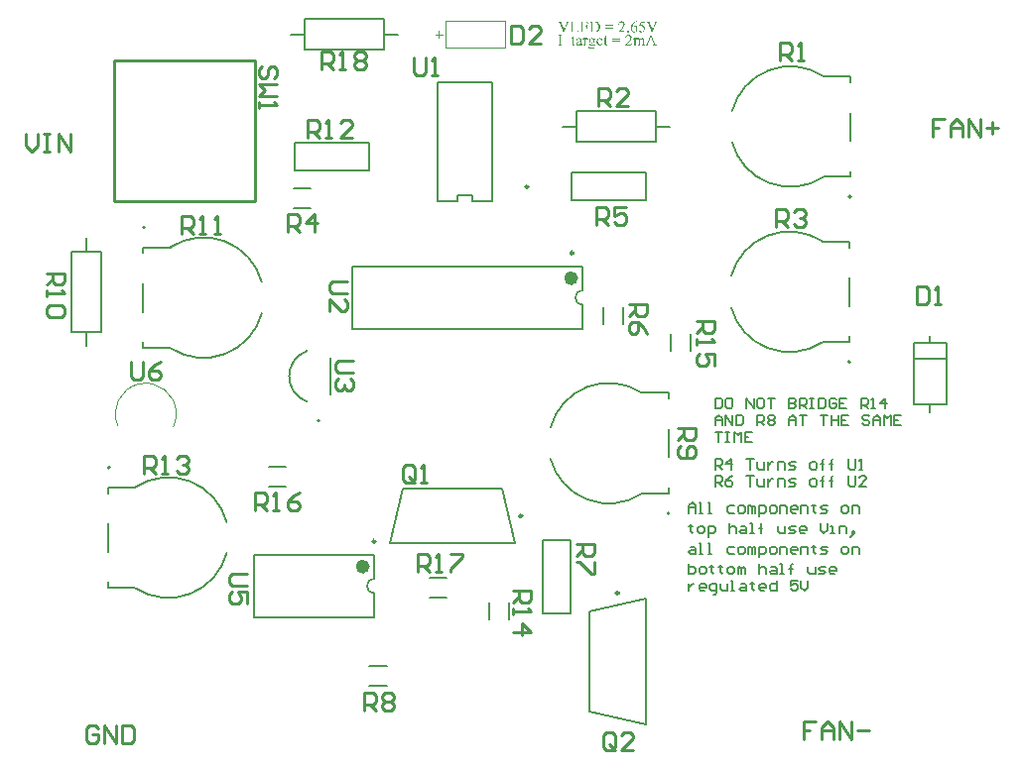
<source format=gbr>
%TF.GenerationSoftware,Altium Limited,Altium Designer,25.1.2 (22)*%
G04 Layer_Color=65535*
%FSLAX25Y25*%
%MOIN*%
%TF.SameCoordinates,C6B27E67-7A8A-4C38-9DB9-D7D7B609FA95*%
%TF.FilePolarity,Positive*%
%TF.FileFunction,Legend,Top*%
%TF.Part,Single*%
G01*
G75*
%TA.AperFunction,NonConductor*%
%ADD39C,0.00984*%
%ADD40C,0.00787*%
%ADD41C,0.02362*%
%ADD42C,0.00500*%
%ADD43C,0.00000*%
%ADD44C,0.01000*%
%ADD45C,0.00394*%
%ADD46C,0.00591*%
%ADD47C,0.00315*%
G36*
X270911Y251547D02*
X270806D01*
Y251553D01*
Y251558D01*
X270795Y251592D01*
X270783Y251642D01*
X270767Y251703D01*
X270750Y251769D01*
X270728Y251830D01*
X270700Y251891D01*
X270678Y251936D01*
X270672Y251941D01*
X270667Y251953D01*
X270650Y251975D01*
X270628Y251997D01*
X270600Y252019D01*
X270567Y252047D01*
X270523Y252075D01*
X270478Y252097D01*
X270473D01*
X270456Y252102D01*
X270428Y252114D01*
X270395Y252119D01*
X270339Y252130D01*
X270278Y252136D01*
X270201Y252141D01*
X269124D01*
Y250726D01*
X269968D01*
X270018Y250731D01*
X270084Y250737D01*
X270151Y250748D01*
X270217Y250765D01*
X270278Y250787D01*
X270323Y250815D01*
X270328Y250820D01*
X270345Y250837D01*
X270367Y250870D01*
X270395Y250915D01*
X270423Y250976D01*
X270445Y251048D01*
X270467Y251142D01*
X270478Y251248D01*
X270578D01*
Y249999D01*
X270478D01*
Y250004D01*
Y250010D01*
X270473Y250043D01*
X270462Y250088D01*
X270456Y250138D01*
X270445Y250193D01*
X270428Y250249D01*
X270417Y250299D01*
X270401Y250332D01*
Y250337D01*
X270389Y250348D01*
X270367Y250382D01*
X270345Y250404D01*
X270317Y250432D01*
X270284Y250454D01*
X270245Y250476D01*
X270240D01*
X270223Y250487D01*
X270201Y250493D01*
X270167Y250504D01*
X270117Y250515D01*
X270062Y250521D01*
X269995Y250532D01*
X269124D01*
Y249344D01*
Y249333D01*
Y249305D01*
Y249266D01*
Y249216D01*
X269130Y249166D01*
Y249122D01*
X269135Y249078D01*
X269141Y249050D01*
X269146Y249044D01*
X269157Y249022D01*
X269180Y248994D01*
X269213Y248972D01*
X269218D01*
X269224Y248967D01*
X269241Y248961D01*
X269257D01*
X269285Y248955D01*
X269324Y248950D01*
X269368Y248944D01*
X270134D01*
X270201Y248950D01*
X270273Y248955D01*
X270345Y248961D01*
X270412Y248972D01*
X270473Y248983D01*
X270478D01*
X270495Y248994D01*
X270523Y249006D01*
X270556Y249022D01*
X270600Y249044D01*
X270645Y249072D01*
X270689Y249105D01*
X270739Y249150D01*
X270745Y249155D01*
X270767Y249183D01*
X270800Y249222D01*
X270845Y249277D01*
X270895Y249344D01*
X270950Y249433D01*
X271011Y249533D01*
X271078Y249649D01*
X271183D01*
X270872Y248750D01*
X268108D01*
Y248850D01*
X268253D01*
X268275Y248856D01*
X268308D01*
X268386Y248872D01*
X268469Y248905D01*
X268475D01*
X268486Y248917D01*
X268519Y248939D01*
X268558Y248978D01*
X268575Y249006D01*
X268586Y249033D01*
Y249039D01*
X268591Y249050D01*
X268597Y249072D01*
X268602Y249111D01*
X268608Y249155D01*
X268613Y249216D01*
X268619Y249294D01*
Y249383D01*
Y251714D01*
Y251719D01*
Y251730D01*
Y251747D01*
Y251769D01*
X268613Y251825D01*
X268608Y251891D01*
X268602Y251964D01*
X268591Y252030D01*
X268569Y252091D01*
X268558Y252114D01*
X268547Y252130D01*
X268541Y252136D01*
X268530Y252147D01*
X268508Y252163D01*
X268475Y252186D01*
X268430Y252202D01*
X268375Y252219D01*
X268308Y252230D01*
X268231Y252236D01*
X268108D01*
Y252335D01*
X270872D01*
X270911Y251547D01*
D02*
G37*
G36*
X279514Y250865D02*
X276666D01*
Y251081D01*
X279514D01*
Y250865D01*
D02*
G37*
G36*
Y250004D02*
X276666D01*
Y250221D01*
X279514D01*
Y250004D01*
D02*
G37*
G36*
X294288Y252236D02*
X294282D01*
X294254Y252230D01*
X294221Y252219D01*
X294182Y252208D01*
X294088Y252169D01*
X294038Y252141D01*
X293999Y252114D01*
X293994Y252108D01*
X293977Y252091D01*
X293949Y252058D01*
X293916Y252013D01*
X293877Y251958D01*
X293838Y251891D01*
X293794Y251808D01*
X293755Y251714D01*
X292506Y248667D01*
X292406D01*
X291063Y251753D01*
Y251758D01*
X291058Y251764D01*
X291047Y251792D01*
X291030Y251830D01*
X291008Y251880D01*
X290980Y251930D01*
X290958Y251980D01*
X290935Y252019D01*
X290919Y252047D01*
X290913Y252052D01*
X290908Y252058D01*
X290875Y252091D01*
X290819Y252130D01*
X290752Y252169D01*
X290747D01*
X290736Y252174D01*
X290714Y252186D01*
X290686Y252197D01*
X290647Y252208D01*
X290602Y252219D01*
X290553Y252230D01*
X290492Y252236D01*
Y252335D01*
X291962D01*
Y252236D01*
X291951D01*
X291923Y252230D01*
X291879Y252224D01*
X291829Y252213D01*
X291774Y252202D01*
X291724Y252186D01*
X291674Y252169D01*
X291640Y252147D01*
X291635D01*
X291629Y252136D01*
X291607Y252102D01*
X291579Y252058D01*
X291574Y252025D01*
X291568Y251991D01*
Y251986D01*
Y251969D01*
X291574Y251936D01*
X291585Y251891D01*
X291596Y251830D01*
X291618Y251764D01*
X291652Y251680D01*
X291690Y251581D01*
X292600Y249477D01*
X293450Y251553D01*
Y251558D01*
X293455Y251564D01*
X293461Y251581D01*
X293466Y251603D01*
X293489Y251658D01*
X293511Y251719D01*
X293533Y251792D01*
X293555Y251864D01*
X293566Y251925D01*
X293572Y251980D01*
Y251986D01*
Y251991D01*
X293561Y252030D01*
X293538Y252075D01*
X293522Y252097D01*
X293494Y252125D01*
X293489Y252130D01*
X293477Y252136D01*
X293461Y252147D01*
X293433Y252163D01*
X293394Y252180D01*
X293350Y252197D01*
X293300Y252213D01*
X293233Y252224D01*
X293222Y252230D01*
X293211D01*
X293189Y252236D01*
Y252335D01*
X294288D01*
Y252236D01*
D02*
G37*
G36*
X264617D02*
X264612D01*
X264584Y252230D01*
X264551Y252219D01*
X264512Y252208D01*
X264418Y252169D01*
X264368Y252141D01*
X264329Y252114D01*
X264323Y252108D01*
X264307Y252091D01*
X264279Y252058D01*
X264246Y252013D01*
X264207Y251958D01*
X264168Y251891D01*
X264124Y251808D01*
X264085Y251714D01*
X262836Y248667D01*
X262736D01*
X261393Y251753D01*
Y251758D01*
X261387Y251764D01*
X261376Y251792D01*
X261360Y251830D01*
X261337Y251880D01*
X261310Y251930D01*
X261287Y251980D01*
X261265Y252019D01*
X261249Y252047D01*
X261243Y252052D01*
X261238Y252058D01*
X261204Y252091D01*
X261149Y252130D01*
X261082Y252169D01*
X261076D01*
X261065Y252174D01*
X261043Y252186D01*
X261016Y252197D01*
X260977Y252208D01*
X260932Y252219D01*
X260882Y252230D01*
X260821Y252236D01*
Y252335D01*
X262292D01*
Y252236D01*
X262281D01*
X262253Y252230D01*
X262209Y252224D01*
X262159Y252213D01*
X262103Y252202D01*
X262053Y252186D01*
X262003Y252169D01*
X261970Y252147D01*
X261965D01*
X261959Y252136D01*
X261937Y252102D01*
X261909Y252058D01*
X261904Y252025D01*
X261898Y251991D01*
Y251986D01*
Y251969D01*
X261904Y251936D01*
X261915Y251891D01*
X261926Y251830D01*
X261948Y251764D01*
X261981Y251680D01*
X262020Y251581D01*
X262930Y249477D01*
X263779Y251553D01*
Y251558D01*
X263785Y251564D01*
X263790Y251581D01*
X263796Y251603D01*
X263818Y251658D01*
X263840Y251719D01*
X263863Y251792D01*
X263885Y251864D01*
X263896Y251925D01*
X263901Y251980D01*
Y251986D01*
Y251991D01*
X263890Y252030D01*
X263868Y252075D01*
X263851Y252097D01*
X263824Y252125D01*
X263818Y252130D01*
X263807Y252136D01*
X263790Y252147D01*
X263763Y252163D01*
X263724Y252180D01*
X263680Y252197D01*
X263630Y252213D01*
X263563Y252224D01*
X263552Y252230D01*
X263541D01*
X263519Y252236D01*
Y252335D01*
X264617D01*
Y252236D01*
D02*
G37*
G36*
X289881Y251886D02*
X288799D01*
X288566Y251403D01*
X288571D01*
X288599Y251397D01*
X288632Y251392D01*
X288682Y251381D01*
X288743Y251364D01*
X288810Y251348D01*
X288888Y251325D01*
X288971Y251298D01*
X289148Y251231D01*
X289243Y251187D01*
X289332Y251137D01*
X289426Y251087D01*
X289515Y251026D01*
X289603Y250954D01*
X289681Y250881D01*
X289687Y250876D01*
X289698Y250865D01*
X289715Y250842D01*
X289737Y250820D01*
X289764Y250781D01*
X289792Y250743D01*
X289826Y250693D01*
X289859Y250643D01*
X289892Y250582D01*
X289925Y250515D01*
X289981Y250371D01*
X290003Y250293D01*
X290020Y250215D01*
X290031Y250127D01*
X290036Y250038D01*
Y250032D01*
Y250027D01*
Y250010D01*
Y249988D01*
X290031Y249938D01*
X290020Y249866D01*
X290009Y249782D01*
X289986Y249694D01*
X289959Y249605D01*
X289920Y249511D01*
X289914Y249499D01*
X289898Y249472D01*
X289876Y249427D01*
X289842Y249372D01*
X289798Y249305D01*
X289748Y249238D01*
X289687Y249166D01*
X289626Y249100D01*
X289620Y249094D01*
X289598Y249072D01*
X289559Y249044D01*
X289515Y249006D01*
X289459Y248961D01*
X289393Y248917D01*
X289320Y248872D01*
X289243Y248833D01*
X289237D01*
X289232Y248828D01*
X289215Y248822D01*
X289193Y248811D01*
X289132Y248789D01*
X289049Y248761D01*
X288954Y248733D01*
X288849Y248711D01*
X288738Y248695D01*
X288616Y248689D01*
X288566D01*
X288505Y248695D01*
X288438Y248700D01*
X288360Y248717D01*
X288283Y248733D01*
X288211Y248761D01*
X288149Y248795D01*
X288144Y248800D01*
X288127Y248817D01*
X288105Y248839D01*
X288077Y248867D01*
X288050Y248905D01*
X288027Y248944D01*
X288011Y248989D01*
X288005Y249039D01*
Y249044D01*
Y249050D01*
X288011Y249083D01*
X288027Y249122D01*
X288061Y249166D01*
X288066D01*
X288072Y249178D01*
X288105Y249194D01*
X288149Y249211D01*
X288216Y249222D01*
X288260D01*
X288299Y249211D01*
X288338Y249200D01*
X288349Y249194D01*
X288360Y249189D01*
X288377Y249183D01*
X288405Y249166D01*
X288433Y249150D01*
X288471Y249122D01*
X288516Y249094D01*
X288527Y249089D01*
X288549Y249072D01*
X288588Y249050D01*
X288638Y249028D01*
X288699Y249000D01*
X288766Y248978D01*
X288838Y248967D01*
X288915Y248961D01*
X288943D01*
X288965Y248967D01*
X289026Y248972D01*
X289099Y248989D01*
X289182Y249017D01*
X289270Y249061D01*
X289365Y249116D01*
X289454Y249194D01*
X289459Y249200D01*
X289465Y249205D01*
X289493Y249238D01*
X289531Y249283D01*
X289576Y249355D01*
X289615Y249433D01*
X289653Y249533D01*
X289681Y249638D01*
X289692Y249699D01*
Y249760D01*
Y249766D01*
Y249777D01*
Y249794D01*
X289687Y249816D01*
X289681Y249877D01*
X289665Y249960D01*
X289642Y250054D01*
X289603Y250154D01*
X289554Y250260D01*
X289481Y250365D01*
Y250371D01*
X289470Y250376D01*
X289443Y250410D01*
X289398Y250465D01*
X289332Y250526D01*
X289248Y250598D01*
X289148Y250670D01*
X289032Y250743D01*
X288904Y250804D01*
X288899D01*
X288893Y250809D01*
X288877Y250815D01*
X288854Y250820D01*
X288821Y250831D01*
X288788Y250842D01*
X288743Y250854D01*
X288699Y250865D01*
X288643Y250876D01*
X288588Y250887D01*
X288455Y250909D01*
X288299Y250931D01*
X288122Y250942D01*
X288804Y252335D01*
X290092D01*
X289881Y251886D01*
D02*
G37*
G36*
X282289Y252402D02*
X282328Y252396D01*
X282372Y252391D01*
X282472Y252374D01*
X282588Y252341D01*
X282710Y252291D01*
X282771Y252258D01*
X282833Y252219D01*
X282894Y252174D01*
X282949Y252125D01*
X282955Y252119D01*
X282960Y252114D01*
X282977Y252097D01*
X282994Y252075D01*
X283043Y252019D01*
X283099Y251936D01*
X283149Y251841D01*
X283199Y251730D01*
X283232Y251603D01*
X283238Y251536D01*
X283243Y251464D01*
Y251459D01*
Y251453D01*
Y251436D01*
Y251420D01*
X283238Y251364D01*
X283227Y251292D01*
X283210Y251214D01*
X283188Y251120D01*
X283154Y251020D01*
X283110Y250920D01*
Y250915D01*
X283099Y250904D01*
X283088Y250876D01*
X283071Y250848D01*
X283049Y250809D01*
X283027Y250759D01*
X282994Y250709D01*
X282960Y250648D01*
X282916Y250582D01*
X282871Y250510D01*
X282760Y250360D01*
X282694Y250276D01*
X282627Y250193D01*
X282555Y250104D01*
X282472Y250015D01*
X282466Y250010D01*
X282444Y249982D01*
X282411Y249949D01*
X282366Y249899D01*
X282316Y249844D01*
X282255Y249782D01*
X282122Y249638D01*
X281983Y249488D01*
X281917Y249416D01*
X281850Y249349D01*
X281789Y249289D01*
X281734Y249233D01*
X281689Y249189D01*
X281656Y249155D01*
X282744D01*
X282805Y249161D01*
X282871D01*
X282932Y249166D01*
X282982Y249172D01*
X282988D01*
X283005Y249178D01*
X283027Y249183D01*
X283054Y249189D01*
X283121Y249216D01*
X283188Y249255D01*
X283193Y249261D01*
X283204Y249266D01*
X283221Y249283D01*
X283243Y249305D01*
X283271Y249333D01*
X283299Y249361D01*
X283354Y249444D01*
X283460D01*
X283204Y248750D01*
X281090D01*
Y248845D01*
X281101Y248856D01*
X281129Y248883D01*
X281179Y248928D01*
X281245Y248989D01*
X281317Y249061D01*
X281406Y249144D01*
X281506Y249238D01*
X281606Y249339D01*
X281717Y249449D01*
X281822Y249560D01*
X282044Y249794D01*
X282144Y249910D01*
X282244Y250021D01*
X282333Y250132D01*
X282411Y250238D01*
X282416Y250243D01*
X282427Y250260D01*
X282444Y250293D01*
X282472Y250326D01*
X282500Y250376D01*
X282533Y250432D01*
X282566Y250493D01*
X282605Y250565D01*
X282672Y250715D01*
X282733Y250881D01*
X282760Y250965D01*
X282777Y251048D01*
X282788Y251137D01*
X282794Y251220D01*
Y251225D01*
Y251237D01*
Y251253D01*
X282788Y251275D01*
X282783Y251342D01*
X282766Y251420D01*
X282744Y251508D01*
X282705Y251603D01*
X282655Y251692D01*
X282583Y251781D01*
X282572Y251792D01*
X282544Y251814D01*
X282500Y251853D01*
X282438Y251891D01*
X282366Y251930D01*
X282283Y251969D01*
X282183Y251991D01*
X282078Y252002D01*
X282033D01*
X281983Y251997D01*
X281917Y251986D01*
X281845Y251964D01*
X281767Y251936D01*
X281684Y251897D01*
X281600Y251847D01*
X281589Y251841D01*
X281567Y251819D01*
X281528Y251781D01*
X281484Y251730D01*
X281434Y251670D01*
X281378Y251592D01*
X281334Y251503D01*
X281290Y251397D01*
X281195D01*
Y251403D01*
X281201Y251420D01*
Y251442D01*
X281212Y251475D01*
X281218Y251520D01*
X281229Y251564D01*
X281262Y251670D01*
X281306Y251792D01*
X281362Y251914D01*
X281434Y252036D01*
X281528Y252141D01*
X281534Y252147D01*
X281539Y252152D01*
X281556Y252163D01*
X281578Y252186D01*
X281606Y252202D01*
X281639Y252224D01*
X281717Y252274D01*
X281817Y252324D01*
X281933Y252369D01*
X282067Y252396D01*
X282139Y252402D01*
X282217Y252408D01*
X282261D01*
X282289Y252402D01*
D02*
G37*
G36*
X273059Y252330D02*
X273137Y252324D01*
X273220Y252319D01*
X273309Y252313D01*
X273509Y252291D01*
X273708Y252258D01*
X273903Y252213D01*
X273991Y252186D01*
X274075Y252152D01*
X274080D01*
X274091Y252141D01*
X274113Y252130D01*
X274147Y252119D01*
X274180Y252097D01*
X274224Y252075D01*
X274319Y252008D01*
X274424Y251925D01*
X274541Y251819D01*
X274652Y251692D01*
X274702Y251620D01*
X274752Y251542D01*
X274757Y251536D01*
X274763Y251525D01*
X274774Y251497D01*
X274791Y251464D01*
X274813Y251425D01*
X274835Y251375D01*
X274857Y251320D01*
X274879Y251259D01*
X274902Y251192D01*
X274924Y251114D01*
X274946Y251031D01*
X274968Y250948D01*
X274996Y250759D01*
X275007Y250659D01*
Y250559D01*
Y250548D01*
Y250526D01*
X275002Y250487D01*
Y250437D01*
X274996Y250371D01*
X274985Y250299D01*
X274968Y250215D01*
X274952Y250121D01*
X274924Y250027D01*
X274896Y249927D01*
X274857Y249821D01*
X274813Y249716D01*
X274763Y249610D01*
X274702Y249511D01*
X274630Y249405D01*
X274552Y249311D01*
X274546Y249305D01*
X274530Y249289D01*
X274496Y249261D01*
X274458Y249222D01*
X274402Y249183D01*
X274336Y249133D01*
X274258Y249083D01*
X274169Y249033D01*
X274063Y248978D01*
X273947Y248928D01*
X273819Y248878D01*
X273681Y248839D01*
X273531Y248800D01*
X273364Y248772D01*
X273187Y248756D01*
X272998Y248750D01*
X271405D01*
Y248850D01*
X271577D01*
X271616Y248856D01*
X271660Y248867D01*
X271716Y248883D01*
X271766Y248911D01*
X271816Y248944D01*
X271855Y248994D01*
X271860Y249000D01*
X271866Y249011D01*
X271877Y249039D01*
X271888Y249072D01*
X271899Y249128D01*
X271905Y249194D01*
X271916Y249277D01*
Y249383D01*
Y251703D01*
Y251708D01*
Y251719D01*
Y251736D01*
Y251758D01*
X271910Y251814D01*
X271905Y251880D01*
X271899Y251953D01*
X271882Y252019D01*
X271866Y252080D01*
X271849Y252102D01*
X271838Y252119D01*
X271832Y252125D01*
X271821Y252136D01*
X271794Y252158D01*
X271766Y252180D01*
X271721Y252197D01*
X271672Y252219D01*
X271610Y252230D01*
X271538Y252236D01*
X271405D01*
Y252335D01*
X272992D01*
X273059Y252330D01*
D02*
G37*
G36*
X266416Y252236D02*
X266316D01*
X266255Y252230D01*
X266122Y252213D01*
X266060Y252197D01*
X266010Y252180D01*
X266005D01*
X265994Y252169D01*
X265972Y252158D01*
X265949Y252141D01*
X265899Y252097D01*
X265877Y252069D01*
X265855Y252041D01*
Y252036D01*
X265849Y252025D01*
X265844Y251997D01*
X265838Y251964D01*
X265827Y251908D01*
X265822Y251841D01*
X265816Y251753D01*
Y251647D01*
Y249388D01*
Y249377D01*
Y249355D01*
Y249316D01*
X265822Y249266D01*
X265833Y249166D01*
X265844Y249122D01*
X265855Y249083D01*
X265861Y249072D01*
X265883Y249050D01*
X265911Y249022D01*
X265955Y249000D01*
X265961D01*
X265972Y248994D01*
X265994D01*
X266033Y248989D01*
X266083Y248983D01*
X266155D01*
X266199Y248978D01*
X266726D01*
X266765Y248983D01*
X266854D01*
X266948Y248989D01*
X267043Y249000D01*
X267132Y249017D01*
X267170Y249022D01*
X267204Y249033D01*
X267209Y249039D01*
X267231Y249044D01*
X267265Y249061D01*
X267304Y249083D01*
X267354Y249111D01*
X267404Y249150D01*
X267454Y249194D01*
X267509Y249250D01*
X267514Y249255D01*
X267531Y249277D01*
X267559Y249316D01*
X267598Y249372D01*
X267637Y249438D01*
X267687Y249522D01*
X267737Y249627D01*
X267787Y249744D01*
X267875Y249721D01*
X267570Y248750D01*
X264801D01*
Y248850D01*
X264973D01*
X265012Y248856D01*
X265056Y248867D01*
X265111Y248883D01*
X265161Y248911D01*
X265211Y248944D01*
X265256Y248994D01*
Y249000D01*
X265267Y249011D01*
X265272Y249039D01*
X265283Y249072D01*
X265295Y249128D01*
X265300Y249194D01*
X265311Y249277D01*
Y249383D01*
Y251703D01*
Y251708D01*
Y251719D01*
Y251736D01*
Y251758D01*
X265306Y251814D01*
X265300Y251880D01*
X265295Y251953D01*
X265278Y252019D01*
X265261Y252080D01*
X265245Y252102D01*
X265233Y252119D01*
X265228Y252125D01*
X265217Y252136D01*
X265189Y252158D01*
X265161Y252180D01*
X265117Y252197D01*
X265067Y252219D01*
X265006Y252230D01*
X264934Y252236D01*
X264801D01*
Y252335D01*
X266416D01*
Y252236D01*
D02*
G37*
G36*
X287461Y252302D02*
X287445D01*
X287428Y252297D01*
X287406D01*
X287339Y252286D01*
X287261Y252269D01*
X287167Y252252D01*
X287073Y252224D01*
X286978Y252197D01*
X286890Y252158D01*
X286878Y252152D01*
X286851Y252141D01*
X286806Y252114D01*
X286751Y252080D01*
X286684Y252036D01*
X286612Y251980D01*
X286534Y251919D01*
X286451Y251841D01*
X286440Y251830D01*
X286418Y251803D01*
X286379Y251764D01*
X286329Y251703D01*
X286274Y251636D01*
X286212Y251553D01*
X286151Y251464D01*
X286096Y251370D01*
Y251364D01*
X286090Y251359D01*
X286085Y251342D01*
X286074Y251325D01*
X286046Y251270D01*
X286013Y251192D01*
X285979Y251103D01*
X285941Y250998D01*
X285902Y250881D01*
X285863Y250748D01*
X285868Y250754D01*
X285879Y250759D01*
X285902Y250770D01*
X285929Y250787D01*
X285963Y250809D01*
X286002Y250831D01*
X286046Y250854D01*
X286102Y250881D01*
X286212Y250926D01*
X286346Y250970D01*
X286479Y250998D01*
X286551Y251009D01*
X286656D01*
X286684Y251004D01*
X286718Y250998D01*
X286751Y250992D01*
X286840Y250970D01*
X286940Y250937D01*
X287045Y250881D01*
X287101Y250848D01*
X287156Y250809D01*
X287211Y250765D01*
X287261Y250709D01*
X287267Y250704D01*
X287273Y250698D01*
X287289Y250682D01*
X287306Y250654D01*
X287322Y250626D01*
X287350Y250593D01*
X287372Y250554D01*
X287400Y250504D01*
X287450Y250398D01*
X287489Y250265D01*
X287522Y250121D01*
X287528Y250038D01*
X287533Y249955D01*
Y249949D01*
Y249932D01*
Y249910D01*
X287528Y249877D01*
Y249838D01*
X287517Y249794D01*
X287511Y249738D01*
X287500Y249682D01*
X287467Y249555D01*
X287417Y249416D01*
X287384Y249349D01*
X287350Y249277D01*
X287306Y249205D01*
X287256Y249133D01*
X287250Y249128D01*
X287239Y249116D01*
X287223Y249094D01*
X287195Y249066D01*
X287161Y249028D01*
X287123Y248994D01*
X287078Y248950D01*
X287023Y248911D01*
X286967Y248872D01*
X286901Y248828D01*
X286828Y248795D01*
X286751Y248761D01*
X286668Y248728D01*
X286584Y248706D01*
X286490Y248695D01*
X286390Y248689D01*
X286357D01*
X286329Y248695D01*
X286296D01*
X286262Y248700D01*
X286174Y248717D01*
X286079Y248750D01*
X285974Y248789D01*
X285868Y248850D01*
X285818Y248883D01*
X285769Y248928D01*
X285763Y248933D01*
X285746Y248950D01*
X285724Y248978D01*
X285691Y249011D01*
X285652Y249061D01*
X285613Y249116D01*
X285563Y249183D01*
X285519Y249261D01*
X285474Y249344D01*
X285430Y249433D01*
X285385Y249538D01*
X285347Y249644D01*
X285313Y249760D01*
X285291Y249882D01*
X285275Y250015D01*
X285269Y250154D01*
Y250160D01*
Y250177D01*
Y250204D01*
X285275Y250238D01*
Y250282D01*
X285280Y250332D01*
X285286Y250387D01*
X285291Y250448D01*
X285313Y250593D01*
X285347Y250743D01*
X285397Y250909D01*
X285458Y251070D01*
Y251076D01*
X285469Y251092D01*
X285480Y251114D01*
X285496Y251142D01*
X285513Y251181D01*
X285535Y251225D01*
X285602Y251331D01*
X285680Y251447D01*
X285774Y251575D01*
X285879Y251708D01*
X286007Y251836D01*
X286013Y251841D01*
X286024Y251853D01*
X286040Y251869D01*
X286068Y251891D01*
X286102Y251919D01*
X286140Y251947D01*
X286229Y252019D01*
X286335Y252097D01*
X286451Y252169D01*
X286573Y252236D01*
X286695Y252291D01*
X286701D01*
X286712Y252297D01*
X286729Y252302D01*
X286751Y252308D01*
X286812Y252330D01*
X286895Y252352D01*
X286989Y252369D01*
X287089Y252391D01*
X287200Y252402D01*
X287306Y252408D01*
X287461D01*
Y252302D01*
D02*
G37*
G36*
X284403Y249261D02*
X284431Y249255D01*
X284464Y249244D01*
X284497Y249227D01*
X284531Y249205D01*
X284564Y249178D01*
X284570Y249172D01*
X284581Y249161D01*
X284592Y249144D01*
X284609Y249116D01*
X284642Y249055D01*
X284647Y249017D01*
X284653Y248972D01*
Y248967D01*
Y248950D01*
X284647Y248928D01*
X284642Y248900D01*
X284631Y248867D01*
X284614Y248833D01*
X284592Y248795D01*
X284564Y248761D01*
X284559Y248756D01*
X284547Y248750D01*
X284531Y248733D01*
X284503Y248722D01*
X284442Y248689D01*
X284403Y248684D01*
X284359Y248678D01*
X284337D01*
X284314Y248684D01*
X284287Y248689D01*
X284253Y248700D01*
X284220Y248711D01*
X284181Y248733D01*
X284148Y248761D01*
X284142Y248767D01*
X284137Y248778D01*
X284120Y248795D01*
X284109Y248822D01*
X284092Y248850D01*
X284076Y248889D01*
X284070Y248928D01*
X284065Y248972D01*
Y248978D01*
Y248994D01*
X284070Y249017D01*
X284076Y249044D01*
X284087Y249078D01*
X284098Y249111D01*
X284120Y249144D01*
X284148Y249178D01*
X284153Y249183D01*
X284165Y249194D01*
X284181Y249205D01*
X284209Y249222D01*
X284237Y249238D01*
X284276Y249255D01*
X284314Y249261D01*
X284359Y249266D01*
X284381D01*
X284403Y249261D01*
D02*
G37*
G36*
X281828Y246396D02*
X278981D01*
Y246612D01*
X281828D01*
Y246396D01*
D02*
G37*
G36*
X289243Y246768D02*
X289287Y246762D01*
X289343Y246751D01*
X289398Y246729D01*
X289459Y246707D01*
X289515Y246673D01*
X289520Y246668D01*
X289543Y246657D01*
X289565Y246629D01*
X289603Y246596D01*
X289637Y246551D01*
X289681Y246496D01*
X289720Y246424D01*
X289753Y246346D01*
X289759Y246340D01*
X289764Y246318D01*
X289776Y246279D01*
X289787Y246229D01*
X289798Y246163D01*
X289803Y246079D01*
X289814Y245985D01*
Y245869D01*
Y244831D01*
Y244820D01*
Y244792D01*
Y244753D01*
X289820Y244703D01*
X289831Y244598D01*
X289837Y244553D01*
X289848Y244514D01*
X289853Y244503D01*
X289870Y244481D01*
X289898Y244448D01*
X289942Y244414D01*
X289948D01*
X289959Y244409D01*
X289975Y244403D01*
X289998Y244398D01*
X290031Y244387D01*
X290070Y244381D01*
X290120Y244376D01*
X290175D01*
Y244281D01*
X288987D01*
Y244376D01*
X289060D01*
X289087Y244381D01*
X289121D01*
X289198Y244403D01*
X289243Y244414D01*
X289276Y244437D01*
X289282D01*
X289287Y244442D01*
X289309Y244470D01*
X289337Y244509D01*
X289365Y244570D01*
Y244581D01*
X289370Y244598D01*
Y244620D01*
Y244653D01*
X289376Y244697D01*
Y244759D01*
Y244831D01*
Y245863D01*
Y245869D01*
Y245874D01*
Y245913D01*
X289370Y245963D01*
X289365Y246024D01*
X289359Y246096D01*
X289348Y246163D01*
X289326Y246224D01*
X289304Y246279D01*
X289298Y246285D01*
X289282Y246307D01*
X289259Y246335D01*
X289221Y246368D01*
X289176Y246396D01*
X289121Y246424D01*
X289049Y246446D01*
X288971Y246451D01*
X288949D01*
X288921Y246446D01*
X288882Y246440D01*
X288843Y246435D01*
X288793Y246424D01*
X288743Y246401D01*
X288688Y246379D01*
X288682Y246374D01*
X288666Y246362D01*
X288632Y246346D01*
X288593Y246318D01*
X288544Y246285D01*
X288482Y246240D01*
X288416Y246185D01*
X288344Y246118D01*
Y246091D01*
X288355Y245980D01*
Y244831D01*
Y244820D01*
Y244792D01*
Y244747D01*
X288360Y244697D01*
Y244642D01*
X288366Y244592D01*
X288371Y244548D01*
X288377Y244514D01*
X288383Y244503D01*
X288399Y244481D01*
X288433Y244448D01*
X288482Y244414D01*
X288488D01*
X288499Y244409D01*
X288516Y244403D01*
X288544Y244398D01*
X288582Y244387D01*
X288627Y244381D01*
X288682Y244376D01*
X288743D01*
Y244281D01*
X287528D01*
Y244376D01*
X287594D01*
X287633Y244381D01*
X287722Y244392D01*
X287761Y244403D01*
X287794Y244420D01*
X287800D01*
X287805Y244431D01*
X287839Y244459D01*
X287872Y244503D01*
X287900Y244564D01*
X287905Y244575D01*
Y244592D01*
X287911Y244614D01*
Y244648D01*
X287916Y244697D01*
Y244753D01*
Y244831D01*
Y245863D01*
Y245869D01*
Y245874D01*
Y245891D01*
Y245913D01*
X287911Y245963D01*
X287905Y246029D01*
X287894Y246096D01*
X287877Y246168D01*
X287855Y246235D01*
X287827Y246290D01*
X287822Y246296D01*
X287805Y246318D01*
X287778Y246346D01*
X287744Y246379D01*
X287694Y246407D01*
X287639Y246435D01*
X287572Y246457D01*
X287500Y246462D01*
X287478D01*
X287450Y246457D01*
X287411Y246451D01*
X287372Y246446D01*
X287322Y246429D01*
X287273Y246412D01*
X287217Y246385D01*
X287206Y246379D01*
X287184Y246362D01*
X287145Y246340D01*
X287095Y246307D01*
X287039Y246268D01*
X286984Y246224D01*
X286934Y246174D01*
X286884Y246118D01*
Y244831D01*
Y244820D01*
Y244792D01*
Y244747D01*
X286890Y244697D01*
Y244648D01*
X286895Y244592D01*
X286901Y244548D01*
X286912Y244514D01*
Y244509D01*
X286917Y244503D01*
X286934Y244476D01*
X286967Y244442D01*
X287006Y244409D01*
X287012D01*
X287017Y244403D01*
X287039Y244398D01*
X287067Y244392D01*
X287101Y244387D01*
X287145Y244381D01*
X287206Y244376D01*
X287273D01*
Y244281D01*
X286079D01*
Y244376D01*
X286135D01*
X286168Y244381D01*
X286246Y244392D01*
X286279Y244398D01*
X286307Y244409D01*
X286312D01*
X286318Y244414D01*
X286346Y244437D01*
X286379Y244470D01*
X286407Y244520D01*
Y244526D01*
X286412Y244537D01*
X286418Y244559D01*
X286429Y244592D01*
X286435Y244631D01*
X286440Y244686D01*
X286446Y244753D01*
Y244831D01*
Y245758D01*
Y245763D01*
Y245774D01*
Y245796D01*
Y245819D01*
Y245891D01*
X286440Y245969D01*
Y246057D01*
X286435Y246141D01*
X286429Y246213D01*
X286423Y246246D01*
X286418Y246268D01*
Y246274D01*
X286412Y246285D01*
X286407Y246318D01*
X286390Y246357D01*
X286362Y246390D01*
X286357Y246396D01*
X286335Y246407D01*
X286301Y246418D01*
X286251Y246424D01*
X286224D01*
X286201Y246418D01*
X286146Y246407D01*
X286079Y246385D01*
X286040Y246479D01*
X286768Y246773D01*
X286884D01*
Y246252D01*
X286890Y246257D01*
X286895Y246263D01*
X286928Y246296D01*
X286967Y246340D01*
X287023Y246390D01*
X287073Y246446D01*
X287123Y246490D01*
X287167Y246535D01*
X287195Y246557D01*
X287200Y246562D01*
X287217Y246573D01*
X287239Y246590D01*
X287273Y246612D01*
X287306Y246640D01*
X287350Y246662D01*
X287445Y246712D01*
X287450Y246718D01*
X287467Y246723D01*
X287494Y246734D01*
X287533Y246745D01*
X287572Y246757D01*
X287617Y246762D01*
X287667Y246773D01*
X287755D01*
X287800Y246768D01*
X287850Y246757D01*
X287911Y246740D01*
X287977Y246712D01*
X288044Y246679D01*
X288105Y246635D01*
X288111Y246629D01*
X288133Y246612D01*
X288160Y246579D01*
X288194Y246535D01*
X288233Y246485D01*
X288271Y246418D01*
X288299Y246340D01*
X288327Y246252D01*
X288333Y246257D01*
X288338Y246268D01*
X288355Y246279D01*
X288371Y246302D01*
X288421Y246357D01*
X288488Y246424D01*
X288560Y246490D01*
X288638Y246562D01*
X288716Y246623D01*
X288788Y246668D01*
X288799Y246673D01*
X288821Y246684D01*
X288860Y246701D01*
X288910Y246723D01*
X288965Y246740D01*
X289032Y246757D01*
X289104Y246768D01*
X289176Y246773D01*
X289210D01*
X289243Y246768D01*
D02*
G37*
G36*
X270656D02*
X270689Y246762D01*
X270728Y246751D01*
X270767Y246734D01*
X270806Y246712D01*
X270845Y246684D01*
X270850Y246679D01*
X270861Y246668D01*
X270878Y246651D01*
X270895Y246623D01*
X270928Y246562D01*
X270939Y246523D01*
X270944Y246479D01*
Y246474D01*
Y246462D01*
X270939Y246440D01*
X270933Y246418D01*
X270917Y246362D01*
X270895Y246329D01*
X270872Y246302D01*
X270867D01*
X270861Y246290D01*
X270828Y246268D01*
X270778Y246246D01*
X270745Y246240D01*
X270711Y246235D01*
X270695D01*
X270678Y246240D01*
X270650Y246246D01*
X270617Y246257D01*
X270584Y246274D01*
X270545Y246296D01*
X270500Y246324D01*
X270495Y246329D01*
X270484Y246340D01*
X270462Y246351D01*
X270439Y246374D01*
X270384Y246401D01*
X270356Y246412D01*
X270334Y246418D01*
X270328D01*
X270306Y246412D01*
X270273Y246396D01*
X270234Y246362D01*
X270229Y246357D01*
X270212Y246340D01*
X270190Y246313D01*
X270156Y246279D01*
X270123Y246229D01*
X270079Y246168D01*
X270034Y246091D01*
X269990Y246007D01*
Y244847D01*
Y244836D01*
Y244814D01*
X269995Y244775D01*
Y244731D01*
X270012Y244631D01*
X270023Y244586D01*
X270040Y244542D01*
Y244537D01*
X270045Y244531D01*
X270068Y244498D01*
X270101Y244459D01*
X270156Y244420D01*
X270162D01*
X270173Y244414D01*
X270195Y244409D01*
X270223Y244398D01*
X270256Y244392D01*
X270301Y244381D01*
X270351Y244376D01*
X270412D01*
Y244281D01*
X269168D01*
Y244376D01*
X269196D01*
X269230Y244381D01*
X269274D01*
X269363Y244398D01*
X269402Y244414D01*
X269440Y244431D01*
X269446D01*
X269451Y244442D01*
X269479Y244464D01*
X269507Y244509D01*
X269535Y244570D01*
X269540Y244581D01*
Y244598D01*
X269546Y244620D01*
Y244653D01*
X269551Y244697D01*
Y244759D01*
Y244831D01*
Y245763D01*
Y245769D01*
Y245780D01*
Y245802D01*
Y245830D01*
Y245902D01*
Y245985D01*
X269546Y246068D01*
X269540Y246152D01*
Y246191D01*
X269535Y246218D01*
Y246246D01*
X269529Y246263D01*
Y246268D01*
X269524Y246274D01*
X269518Y246307D01*
X269496Y246351D01*
X269468Y246385D01*
X269463Y246390D01*
X269435Y246407D01*
X269402Y246418D01*
X269352Y246424D01*
X269324D01*
X269302Y246418D01*
X269241Y246407D01*
X269168Y246385D01*
X269146Y246479D01*
X269873Y246773D01*
X269990D01*
Y246229D01*
X269995Y246235D01*
X270001Y246252D01*
X270018Y246279D01*
X270040Y246313D01*
X270068Y246357D01*
X270101Y246401D01*
X270179Y246501D01*
X270273Y246601D01*
X270323Y246646D01*
X270378Y246690D01*
X270434Y246723D01*
X270489Y246751D01*
X270545Y246768D01*
X270606Y246773D01*
X270628D01*
X270656Y246768D01*
D02*
G37*
G36*
X281828Y245536D02*
X278981D01*
Y245752D01*
X281828D01*
Y245536D01*
D02*
G37*
G36*
X272349Y246762D02*
X272432Y246751D01*
X272526Y246734D01*
X272626Y246701D01*
X272726Y246662D01*
X272826Y246607D01*
X273397D01*
X273442Y246601D01*
X273459D01*
X273470Y246596D01*
X273475D01*
X273481Y246590D01*
X273497Y246573D01*
X273503Y246568D01*
X273509Y246557D01*
X273514Y246529D01*
Y246490D01*
Y246479D01*
Y246451D01*
X273509Y246424D01*
X273497Y246396D01*
X273492Y246385D01*
X273486Y246379D01*
X273470Y246374D01*
X273447D01*
X273425Y246368D01*
X273020D01*
X273026Y246357D01*
X273042Y246335D01*
X273070Y246290D01*
X273098Y246235D01*
X273120Y246163D01*
X273148Y246079D01*
X273164Y245985D01*
X273170Y245880D01*
Y245874D01*
Y245863D01*
Y245846D01*
X273164Y245824D01*
X273159Y245758D01*
X273137Y245680D01*
X273109Y245585D01*
X273059Y245491D01*
X272998Y245391D01*
X272954Y245341D01*
X272909Y245297D01*
X272904D01*
X272898Y245286D01*
X272881Y245275D01*
X272865Y245258D01*
X272837Y245241D01*
X272804Y245219D01*
X272726Y245180D01*
X272626Y245136D01*
X272510Y245097D01*
X272371Y245069D01*
X272293Y245064D01*
X272215Y245058D01*
X272188D01*
X272149Y245064D01*
X272104D01*
X272049Y245069D01*
X271988Y245080D01*
X271849Y245108D01*
X271844Y245103D01*
X271832Y245092D01*
X271810Y245075D01*
X271788Y245053D01*
X271738Y244997D01*
X271716Y244964D01*
X271699Y244936D01*
Y244931D01*
X271694Y244925D01*
X271683Y244892D01*
X271666Y244853D01*
X271660Y244814D01*
Y244809D01*
X271666Y244786D01*
X271677Y244759D01*
X271699Y244725D01*
X271710Y244720D01*
X271721Y244714D01*
X271738Y244703D01*
X271760Y244697D01*
X271788Y244686D01*
X271827Y244675D01*
X271871Y244670D01*
X271888D01*
X271910Y244664D01*
X271943Y244659D01*
X271993D01*
X272060Y244653D01*
X272143Y244648D01*
X272332D01*
X272376Y244642D01*
X272426D01*
X272537Y244637D01*
X272654Y244631D01*
X272770Y244625D01*
X272826Y244620D01*
X272870Y244614D01*
X272915D01*
X272948Y244609D01*
X272959D01*
X272987Y244603D01*
X273037Y244586D01*
X273092Y244570D01*
X273153Y244548D01*
X273220Y244514D01*
X273287Y244476D01*
X273342Y244426D01*
X273348Y244420D01*
X273364Y244398D01*
X273392Y244370D01*
X273420Y244326D01*
X273442Y244276D01*
X273470Y244215D01*
X273486Y244143D01*
X273492Y244065D01*
Y244059D01*
Y244054D01*
Y244037D01*
X273486Y244015D01*
X273475Y243954D01*
X273459Y243882D01*
X273425Y243793D01*
X273375Y243699D01*
X273342Y243649D01*
X273303Y243599D01*
X273259Y243549D01*
X273209Y243499D01*
X273203Y243493D01*
X273192Y243482D01*
X273164Y243465D01*
X273137Y243438D01*
X273092Y243410D01*
X273042Y243377D01*
X272987Y243343D01*
X272920Y243304D01*
X272848Y243271D01*
X272765Y243232D01*
X272676Y243199D01*
X272582Y243171D01*
X272476Y243144D01*
X272371Y243127D01*
X272254Y243116D01*
X272132Y243110D01*
X272082D01*
X272049Y243116D01*
X272005D01*
X271954Y243121D01*
X271894Y243132D01*
X271832Y243138D01*
X271699Y243166D01*
X271549Y243210D01*
X271405Y243266D01*
X271266Y243343D01*
X271261Y243349D01*
X271239Y243366D01*
X271205Y243393D01*
X271172Y243427D01*
X271133Y243471D01*
X271105Y243515D01*
X271083Y243565D01*
X271072Y243621D01*
Y243626D01*
Y243632D01*
X271078Y243660D01*
X271083Y243699D01*
X271100Y243748D01*
Y243754D01*
X271111Y243765D01*
X271122Y243787D01*
X271139Y243821D01*
X271166Y243854D01*
X271194Y243904D01*
X271233Y243959D01*
X271283Y244020D01*
X271288Y244026D01*
X271300Y244043D01*
X271322Y244065D01*
X271355Y244098D01*
X271405Y244148D01*
X271472Y244215D01*
X271511Y244253D01*
X271555Y244298D01*
X271549Y244303D01*
X271533Y244315D01*
X271511Y244326D01*
X271477Y244348D01*
X271416Y244392D01*
X271383Y244420D01*
X271361Y244442D01*
Y244448D01*
X271350Y244453D01*
X271333Y244487D01*
X271316Y244531D01*
X271305Y244592D01*
Y244598D01*
Y244609D01*
X271311Y244631D01*
X271316Y244653D01*
X271322Y244686D01*
X271339Y244725D01*
X271355Y244764D01*
X271377Y244809D01*
X271383Y244814D01*
X271394Y244831D01*
X271416Y244859D01*
X271449Y244903D01*
X271494Y244953D01*
X271555Y245014D01*
X271627Y245086D01*
X271721Y245164D01*
X271710Y245169D01*
X271683Y245186D01*
X271644Y245208D01*
X271594Y245241D01*
X271544Y245286D01*
X271483Y245336D01*
X271433Y245397D01*
X271383Y245463D01*
X271377Y245475D01*
X271366Y245497D01*
X271344Y245536D01*
X271327Y245591D01*
X271305Y245652D01*
X271283Y245724D01*
X271272Y245808D01*
X271266Y245891D01*
Y245896D01*
Y245907D01*
Y245924D01*
X271272Y245952D01*
Y245985D01*
X271283Y246018D01*
X271300Y246102D01*
X271333Y246202D01*
X271377Y246307D01*
X271444Y246412D01*
X271488Y246462D01*
X271533Y246512D01*
X271538Y246518D01*
X271544Y246523D01*
X271561Y246535D01*
X271583Y246551D01*
X271610Y246573D01*
X271644Y246596D01*
X271721Y246646D01*
X271821Y246690D01*
X271938Y246734D01*
X272077Y246762D01*
X272149Y246773D01*
X272282D01*
X272349Y246762D01*
D02*
G37*
G36*
X293433Y244964D02*
Y244958D01*
X293439Y244947D01*
X293450Y244931D01*
X293461Y244908D01*
X293489Y244842D01*
X293522Y244770D01*
X293566Y244692D01*
X293611Y244614D01*
X293661Y244548D01*
X293683Y244520D01*
X293705Y244498D01*
X293710Y244492D01*
X293727Y244481D01*
X293755Y244464D01*
X293794Y244442D01*
X293844Y244426D01*
X293899Y244403D01*
X293966Y244392D01*
X294043Y244381D01*
Y244281D01*
X292634D01*
Y244381D01*
X292667D01*
X292706Y244387D01*
X292750Y244392D01*
X292845Y244414D01*
X292884Y244426D01*
X292917Y244448D01*
X292922Y244453D01*
X292928Y244459D01*
X292956Y244492D01*
X292984Y244537D01*
X292989Y244564D01*
X292995Y244598D01*
Y244603D01*
Y244620D01*
X292989Y244648D01*
X292984Y244686D01*
X292967Y244736D01*
X292950Y244803D01*
X292922Y244875D01*
X292889Y244964D01*
X292678Y245480D01*
X291291D01*
X291052Y244914D01*
X291047Y244903D01*
X291035Y244881D01*
X291024Y244842D01*
X291008Y244797D01*
X290974Y244692D01*
X290963Y244648D01*
X290958Y244603D01*
Y244598D01*
Y244592D01*
X290969Y244553D01*
X290991Y244509D01*
X291008Y244481D01*
X291035Y244459D01*
X291041D01*
X291052Y244448D01*
X291074Y244437D01*
X291108Y244426D01*
X291152Y244414D01*
X291213Y244398D01*
X291285Y244387D01*
X291374Y244381D01*
Y244281D01*
X290242D01*
Y244381D01*
X290253D01*
X290281Y244387D01*
X290319Y244398D01*
X290364Y244409D01*
X290414Y244426D01*
X290458Y244442D01*
X290503Y244459D01*
X290530Y244481D01*
X290536Y244487D01*
X290553Y244509D01*
X290580Y244542D01*
X290619Y244592D01*
X290664Y244664D01*
X290714Y244753D01*
X290741Y244803D01*
X290769Y244864D01*
X290802Y244925D01*
X290830Y244997D01*
X292095Y247950D01*
X292184D01*
X293433Y244964D01*
D02*
G37*
G36*
X284603Y247933D02*
X284642Y247928D01*
X284686Y247922D01*
X284786Y247905D01*
X284903Y247872D01*
X285025Y247822D01*
X285086Y247789D01*
X285147Y247750D01*
X285208Y247706D01*
X285263Y247656D01*
X285269Y247650D01*
X285275Y247645D01*
X285291Y247628D01*
X285308Y247606D01*
X285358Y247550D01*
X285413Y247467D01*
X285463Y247373D01*
X285513Y247262D01*
X285546Y247134D01*
X285552Y247067D01*
X285558Y246995D01*
Y246990D01*
Y246984D01*
Y246968D01*
Y246951D01*
X285552Y246895D01*
X285541Y246823D01*
X285524Y246745D01*
X285502Y246651D01*
X285469Y246551D01*
X285424Y246451D01*
Y246446D01*
X285413Y246435D01*
X285402Y246407D01*
X285385Y246379D01*
X285363Y246340D01*
X285341Y246290D01*
X285308Y246240D01*
X285275Y246179D01*
X285230Y246113D01*
X285186Y246041D01*
X285075Y245891D01*
X285008Y245808D01*
X284942Y245724D01*
X284869Y245636D01*
X284786Y245547D01*
X284781Y245541D01*
X284758Y245513D01*
X284725Y245480D01*
X284681Y245430D01*
X284631Y245375D01*
X284570Y245314D01*
X284436Y245169D01*
X284298Y245019D01*
X284231Y244947D01*
X284165Y244881D01*
X284103Y244820D01*
X284048Y244764D01*
X284004Y244720D01*
X283970Y244686D01*
X285058D01*
X285119Y244692D01*
X285186D01*
X285247Y244697D01*
X285297Y244703D01*
X285302D01*
X285319Y244709D01*
X285341Y244714D01*
X285369Y244720D01*
X285436Y244747D01*
X285502Y244786D01*
X285508Y244792D01*
X285519Y244797D01*
X285535Y244814D01*
X285558Y244836D01*
X285585Y244864D01*
X285613Y244892D01*
X285669Y244975D01*
X285774D01*
X285519Y244281D01*
X283404D01*
Y244376D01*
X283415Y244387D01*
X283443Y244414D01*
X283493Y244459D01*
X283560Y244520D01*
X283632Y244592D01*
X283720Y244675D01*
X283820Y244770D01*
X283920Y244870D01*
X284031Y244981D01*
X284137Y245092D01*
X284359Y245325D01*
X284459Y245441D01*
X284559Y245552D01*
X284647Y245663D01*
X284725Y245769D01*
X284731Y245774D01*
X284742Y245791D01*
X284758Y245824D01*
X284786Y245858D01*
X284814Y245907D01*
X284847Y245963D01*
X284880Y246024D01*
X284919Y246096D01*
X284986Y246246D01*
X285047Y246412D01*
X285075Y246496D01*
X285091Y246579D01*
X285103Y246668D01*
X285108Y246751D01*
Y246757D01*
Y246768D01*
Y246784D01*
X285103Y246807D01*
X285097Y246873D01*
X285080Y246951D01*
X285058Y247040D01*
X285019Y247134D01*
X284969Y247223D01*
X284897Y247312D01*
X284886Y247323D01*
X284858Y247345D01*
X284814Y247384D01*
X284753Y247423D01*
X284681Y247461D01*
X284597Y247500D01*
X284497Y247522D01*
X284392Y247534D01*
X284348D01*
X284298Y247528D01*
X284231Y247517D01*
X284159Y247495D01*
X284081Y247467D01*
X283998Y247428D01*
X283915Y247378D01*
X283904Y247373D01*
X283881Y247350D01*
X283843Y247312D01*
X283798Y247262D01*
X283748Y247201D01*
X283693Y247123D01*
X283648Y247034D01*
X283604Y246929D01*
X283510D01*
Y246934D01*
X283515Y246951D01*
Y246973D01*
X283526Y247006D01*
X283532Y247051D01*
X283543Y247095D01*
X283576Y247201D01*
X283621Y247323D01*
X283676Y247445D01*
X283748Y247567D01*
X283843Y247672D01*
X283848Y247678D01*
X283854Y247683D01*
X283870Y247694D01*
X283893Y247717D01*
X283920Y247733D01*
X283954Y247756D01*
X284031Y247806D01*
X284131Y247855D01*
X284248Y247900D01*
X284381Y247928D01*
X284453Y247933D01*
X284531Y247939D01*
X284575D01*
X284603Y247933D01*
D02*
G37*
G36*
X262353Y247767D02*
X262187D01*
X262148Y247761D01*
X262098Y247750D01*
X262048Y247733D01*
X261998Y247711D01*
X261948Y247678D01*
X261904Y247634D01*
Y247628D01*
X261892Y247617D01*
X261887Y247589D01*
X261876Y247550D01*
X261865Y247500D01*
X261854Y247428D01*
X261848Y247339D01*
X261842Y247234D01*
Y244914D01*
Y244908D01*
Y244903D01*
Y244870D01*
Y244825D01*
X261848Y244770D01*
Y244709D01*
X261859Y244648D01*
X261865Y244592D01*
X261876Y244553D01*
X261881Y244542D01*
X261898Y244514D01*
X261931Y244481D01*
X261953Y244459D01*
X261981Y244442D01*
X261987D01*
X262003Y244431D01*
X262026Y244426D01*
X262053Y244414D01*
X262092Y244403D01*
X262131Y244392D01*
X262175Y244387D01*
X262220Y244381D01*
X262353D01*
Y244281D01*
X260827D01*
Y244381D01*
X260988D01*
X261027Y244387D01*
X261071Y244398D01*
X261126Y244414D01*
X261176Y244437D01*
X261226Y244464D01*
X261271Y244509D01*
X261276Y244514D01*
X261282Y244526D01*
X261293Y244553D01*
X261304Y244592D01*
X261315Y244642D01*
X261326Y244714D01*
X261337Y244803D01*
Y244859D01*
Y244914D01*
Y247234D01*
Y247239D01*
Y247245D01*
Y247278D01*
Y247323D01*
X261332Y247378D01*
X261326Y247439D01*
X261321Y247495D01*
X261310Y247550D01*
X261298Y247589D01*
Y247595D01*
X261293Y247600D01*
X261276Y247628D01*
X261243Y247667D01*
X261221Y247683D01*
X261193Y247700D01*
X261188Y247706D01*
X261171Y247711D01*
X261149Y247722D01*
X261121Y247733D01*
X261082Y247744D01*
X261043Y247756D01*
X260999Y247767D01*
X260827D01*
Y247867D01*
X262353D01*
Y247767D01*
D02*
G37*
G36*
X276900Y246701D02*
X277460D01*
Y246523D01*
X276900Y246518D01*
Y244942D01*
Y244931D01*
Y244903D01*
X276905Y244864D01*
X276911Y244814D01*
X276927Y244709D01*
X276944Y244664D01*
X276966Y244625D01*
X276972Y244620D01*
X276977Y244614D01*
X276994Y244603D01*
X277011Y244586D01*
X277066Y244559D01*
X277099Y244553D01*
X277138Y244548D01*
X277155D01*
X277171Y244553D01*
X277188D01*
X277244Y244570D01*
X277299Y244598D01*
X277305Y244603D01*
X277316Y244609D01*
X277349Y244642D01*
X277388Y244692D01*
X277432Y244764D01*
X277538D01*
Y244759D01*
X277532Y244753D01*
X277521Y244720D01*
X277499Y244675D01*
X277471Y244620D01*
X277432Y244553D01*
X277388Y244487D01*
X277332Y244426D01*
X277271Y244370D01*
X277266Y244365D01*
X277244Y244348D01*
X277210Y244331D01*
X277166Y244309D01*
X277111Y244281D01*
X277055Y244265D01*
X276988Y244248D01*
X276922Y244242D01*
X276900D01*
X276877Y244248D01*
X276844Y244253D01*
X276772Y244270D01*
X276728Y244287D01*
X276683Y244309D01*
X276678Y244315D01*
X276666Y244320D01*
X276644Y244337D01*
X276622Y244359D01*
X276594Y244387D01*
X276567Y244414D01*
X276517Y244498D01*
Y244503D01*
X276505Y244520D01*
X276500Y244553D01*
X276489Y244592D01*
X276478Y244648D01*
X276472Y244714D01*
X276461Y244797D01*
Y244886D01*
Y246523D01*
X276078D01*
Y246607D01*
X276084Y246612D01*
X276106Y246618D01*
X276134Y246629D01*
X276167Y246651D01*
X276211Y246679D01*
X276261Y246712D01*
X276317Y246751D01*
X276372Y246795D01*
X276378Y246801D01*
X276400Y246818D01*
X276428Y246851D01*
X276461Y246890D01*
X276505Y246934D01*
X276550Y246990D01*
X276600Y247056D01*
X276644Y247123D01*
X276650Y247128D01*
X276655Y247145D01*
X276672Y247173D01*
X276689Y247212D01*
X276711Y247262D01*
X276744Y247323D01*
X276778Y247400D01*
X276816Y247495D01*
X276900D01*
Y246701D01*
D02*
G37*
G36*
X266077D02*
X266638D01*
Y246523D01*
X266077Y246518D01*
Y244942D01*
Y244931D01*
Y244903D01*
X266083Y244864D01*
X266088Y244814D01*
X266105Y244709D01*
X266122Y244664D01*
X266144Y244625D01*
X266149Y244620D01*
X266155Y244614D01*
X266171Y244603D01*
X266188Y244586D01*
X266244Y244559D01*
X266277Y244553D01*
X266316Y244548D01*
X266332D01*
X266349Y244553D01*
X266366D01*
X266421Y244570D01*
X266477Y244598D01*
X266482Y244603D01*
X266493Y244609D01*
X266527Y244642D01*
X266565Y244692D01*
X266610Y244764D01*
X266715D01*
Y244759D01*
X266710Y244753D01*
X266699Y244720D01*
X266676Y244675D01*
X266649Y244620D01*
X266610Y244553D01*
X266565Y244487D01*
X266510Y244426D01*
X266449Y244370D01*
X266443Y244365D01*
X266421Y244348D01*
X266388Y244331D01*
X266343Y244309D01*
X266288Y244281D01*
X266232Y244265D01*
X266166Y244248D01*
X266099Y244242D01*
X266077D01*
X266055Y244248D01*
X266022Y244253D01*
X265949Y244270D01*
X265905Y244287D01*
X265861Y244309D01*
X265855Y244315D01*
X265844Y244320D01*
X265822Y244337D01*
X265800Y244359D01*
X265772Y244387D01*
X265744Y244414D01*
X265694Y244498D01*
Y244503D01*
X265683Y244520D01*
X265677Y244553D01*
X265666Y244592D01*
X265655Y244648D01*
X265650Y244714D01*
X265639Y244797D01*
Y244886D01*
Y246523D01*
X265256D01*
Y246607D01*
X265261Y246612D01*
X265283Y246618D01*
X265311Y246629D01*
X265345Y246651D01*
X265389Y246679D01*
X265439Y246712D01*
X265494Y246751D01*
X265550Y246795D01*
X265555Y246801D01*
X265578Y246818D01*
X265605Y246851D01*
X265639Y246890D01*
X265683Y246934D01*
X265727Y246990D01*
X265777Y247056D01*
X265822Y247123D01*
X265827Y247128D01*
X265833Y247145D01*
X265849Y247173D01*
X265866Y247212D01*
X265888Y247262D01*
X265922Y247323D01*
X265955Y247400D01*
X265994Y247495D01*
X266077D01*
Y246701D01*
D02*
G37*
G36*
X267981Y246768D02*
X268058Y246762D01*
X268142Y246745D01*
X268231Y246729D01*
X268314Y246701D01*
X268397Y246662D01*
X268403Y246657D01*
X268425Y246646D01*
X268453Y246629D01*
X268486Y246601D01*
X268519Y246562D01*
X268558Y246518D01*
X268597Y246468D01*
X268624Y246407D01*
Y246401D01*
X268630Y246385D01*
X268641Y246351D01*
X268652Y246307D01*
X268658Y246240D01*
X268669Y246163D01*
X268674Y246063D01*
Y245941D01*
Y245119D01*
Y245114D01*
Y245103D01*
Y245086D01*
Y245064D01*
Y245003D01*
Y244936D01*
X268680Y244864D01*
Y244792D01*
Y244731D01*
X268686Y244709D01*
Y244692D01*
Y244686D01*
Y244681D01*
X268697Y244648D01*
X268708Y244614D01*
X268724Y244586D01*
X268730Y244581D01*
X268747Y244575D01*
X268769Y244570D01*
X268797Y244564D01*
X268824D01*
X268847Y244570D01*
X268874Y244581D01*
X268880D01*
X268885Y244586D01*
X268902Y244598D01*
X268924Y244620D01*
X268952Y244642D01*
X268991Y244675D01*
X269035Y244720D01*
X269091Y244775D01*
Y244625D01*
X269085Y244620D01*
X269080Y244609D01*
X269063Y244586D01*
X269041Y244564D01*
X268980Y244503D01*
X268908Y244431D01*
X268819Y244353D01*
X268724Y244292D01*
X268674Y244270D01*
X268624Y244248D01*
X268569Y244237D01*
X268519Y244231D01*
X268497D01*
X268475Y244237D01*
X268447Y244242D01*
X268414Y244253D01*
X268380Y244270D01*
X268347Y244292D01*
X268314Y244320D01*
X268308Y244326D01*
X268303Y244337D01*
X268291Y244359D01*
X268275Y244392D01*
X268258Y244431D01*
X268247Y244487D01*
X268242Y244548D01*
X268236Y244625D01*
X268231Y244620D01*
X268219Y244614D01*
X268203Y244598D01*
X268175Y244581D01*
X268114Y244531D01*
X268036Y244476D01*
X267958Y244420D01*
X267881Y244365D01*
X267820Y244320D01*
X267792Y244303D01*
X267770Y244292D01*
X267764D01*
X267748Y244281D01*
X267714Y244276D01*
X267675Y244265D01*
X267631Y244253D01*
X267581Y244242D01*
X267526Y244237D01*
X267465Y244231D01*
X267454D01*
X267426Y244237D01*
X267376Y244242D01*
X267320Y244253D01*
X267254Y244270D01*
X267187Y244303D01*
X267121Y244342D01*
X267054Y244398D01*
X267048Y244403D01*
X267032Y244431D01*
X267004Y244470D01*
X266976Y244520D01*
X266943Y244586D01*
X266921Y244664D01*
X266898Y244753D01*
X266893Y244853D01*
Y244859D01*
Y244881D01*
X266898Y244914D01*
X266904Y244958D01*
X266910Y245008D01*
X266926Y245058D01*
X266943Y245108D01*
X266971Y245158D01*
X266976Y245164D01*
X266993Y245186D01*
X267021Y245225D01*
X267059Y245269D01*
X267109Y245319D01*
X267170Y245375D01*
X267248Y245436D01*
X267342Y245497D01*
X267348D01*
X267354Y245502D01*
X267370Y245513D01*
X267392Y245525D01*
X267426Y245541D01*
X267459Y245558D01*
X267503Y245580D01*
X267559Y245608D01*
X267614Y245636D01*
X267681Y245663D01*
X267753Y245696D01*
X267836Y245730D01*
X267925Y245763D01*
X268020Y245802D01*
X268125Y245841D01*
X268236Y245885D01*
Y245980D01*
Y245985D01*
Y245996D01*
Y246013D01*
Y246041D01*
X268231Y246102D01*
X268219Y246179D01*
X268208Y246257D01*
X268186Y246340D01*
X268158Y246412D01*
X268120Y246474D01*
X268114Y246479D01*
X268097Y246496D01*
X268075Y246518D01*
X268036Y246546D01*
X267992Y246568D01*
X267936Y246590D01*
X267870Y246607D01*
X267792Y246612D01*
X267764D01*
X267737Y246607D01*
X267698Y246601D01*
X267653Y246590D01*
X267609Y246573D01*
X267565Y246551D01*
X267526Y246518D01*
X267520Y246512D01*
X267509Y246501D01*
X267498Y246485D01*
X267481Y246457D01*
X267448Y246396D01*
X267437Y246357D01*
X267431Y246313D01*
X267437Y246157D01*
Y246152D01*
Y246135D01*
X267431Y246113D01*
Y246091D01*
X267409Y246024D01*
X267392Y245996D01*
X267370Y245969D01*
X267359Y245957D01*
X267326Y245941D01*
X267276Y245918D01*
X267243Y245913D01*
X267209Y245907D01*
X267193D01*
X267176Y245913D01*
X267154Y245918D01*
X267098Y245935D01*
X267071Y245952D01*
X267048Y245974D01*
Y245980D01*
X267037Y245985D01*
X267032Y246002D01*
X267021Y246024D01*
X267009Y246052D01*
X266998Y246079D01*
X266993Y246118D01*
X266987Y246163D01*
Y246174D01*
X266993Y246202D01*
X266998Y246246D01*
X267015Y246302D01*
X267043Y246362D01*
X267082Y246435D01*
X267137Y246507D01*
X267215Y246579D01*
X267226Y246590D01*
X267259Y246612D01*
X267309Y246640D01*
X267387Y246679D01*
X267476Y246712D01*
X267592Y246745D01*
X267720Y246768D01*
X267870Y246773D01*
X267925D01*
X267981Y246768D01*
D02*
G37*
G36*
X275002D02*
X275035D01*
X275079Y246757D01*
X275168Y246740D01*
X275273Y246707D01*
X275384Y246657D01*
X275446Y246629D01*
X275495Y246590D01*
X275551Y246551D01*
X275601Y246501D01*
X275606Y246496D01*
X275612Y246490D01*
X275623Y246474D01*
X275645Y246451D01*
X275662Y246424D01*
X275684Y246396D01*
X275734Y246313D01*
X275784Y246207D01*
X275828Y246085D01*
X275856Y245946D01*
X275862Y245869D01*
X275867Y245785D01*
X274197D01*
Y245780D01*
Y245763D01*
Y245735D01*
X274202Y245696D01*
Y245652D01*
X274208Y245597D01*
X274219Y245541D01*
X274230Y245480D01*
X274258Y245341D01*
X274302Y245203D01*
X274336Y245130D01*
X274369Y245064D01*
X274413Y245003D01*
X274458Y244942D01*
X274463Y244936D01*
X274469Y244931D01*
X274485Y244914D01*
X274502Y244897D01*
X274557Y244847D01*
X274635Y244792D01*
X274724Y244736D01*
X274829Y244686D01*
X274946Y244653D01*
X275007Y244648D01*
X275074Y244642D01*
X275113D01*
X275157Y244648D01*
X275212Y244659D01*
X275279Y244675D01*
X275346Y244697D01*
X275418Y244725D01*
X275484Y244770D01*
X275490Y244775D01*
X275512Y244797D01*
X275545Y244825D01*
X275590Y244875D01*
X275634Y244936D01*
X275684Y245014D01*
X275734Y245108D01*
X275784Y245219D01*
X275867Y245164D01*
Y245158D01*
Y245147D01*
X275862Y245130D01*
X275856Y245103D01*
X275845Y245069D01*
X275834Y245030D01*
X275806Y244942D01*
X275762Y244842D01*
X275706Y244731D01*
X275634Y244614D01*
X275540Y244503D01*
X275534Y244498D01*
X275529Y244492D01*
X275512Y244476D01*
X275490Y244459D01*
X275434Y244409D01*
X275357Y244359D01*
X275262Y244303D01*
X275146Y244253D01*
X275018Y244220D01*
X274946Y244215D01*
X274874Y244209D01*
X274829D01*
X274802Y244215D01*
X274763Y244220D01*
X274718Y244226D01*
X274619Y244253D01*
X274496Y244292D01*
X274435Y244320D01*
X274374Y244353D01*
X274308Y244392D01*
X274247Y244437D01*
X274186Y244487D01*
X274125Y244548D01*
X274119Y244553D01*
X274113Y244564D01*
X274097Y244581D01*
X274075Y244609D01*
X274052Y244642D01*
X274030Y244686D01*
X274003Y244731D01*
X273975Y244786D01*
X273941Y244853D01*
X273914Y244919D01*
X273891Y244992D01*
X273869Y245075D01*
X273847Y245164D01*
X273830Y245252D01*
X273825Y245352D01*
X273819Y245458D01*
Y245463D01*
Y245486D01*
Y245519D01*
X273825Y245563D01*
X273830Y245613D01*
X273836Y245674D01*
X273847Y245741D01*
X273858Y245813D01*
X273897Y245969D01*
X273925Y246046D01*
X273953Y246129D01*
X273991Y246207D01*
X274030Y246285D01*
X274080Y246357D01*
X274136Y246424D01*
X274141Y246429D01*
X274152Y246440D01*
X274169Y246457D01*
X274191Y246479D01*
X274224Y246507D01*
X274263Y246535D01*
X274308Y246568D01*
X274352Y246601D01*
X274408Y246629D01*
X274469Y246662D01*
X274607Y246718D01*
X274680Y246740D01*
X274763Y246757D01*
X274846Y246768D01*
X274935Y246773D01*
X274974D01*
X275002Y246768D01*
D02*
G37*
G36*
X265250Y243110D02*
X262447D01*
Y243327D01*
X265250D01*
Y243110D01*
D02*
G37*
%LPC*%
G36*
X272959Y252136D02*
X272915D01*
X272870Y252130D01*
X272804Y252125D01*
X272720Y252119D01*
X272632Y252102D01*
X272532Y252086D01*
X272421Y252058D01*
Y249011D01*
X272426D01*
X272437Y249006D01*
X272454D01*
X272476Y249000D01*
X272537Y248989D01*
X272615Y248978D01*
X272704Y248961D01*
X272798Y248950D01*
X272892Y248944D01*
X272981Y248939D01*
X273009D01*
X273042Y248944D01*
X273081D01*
X273137Y248950D01*
X273198Y248961D01*
X273264Y248972D01*
X273337Y248994D01*
X273414Y249017D01*
X273497Y249044D01*
X273581Y249078D01*
X273670Y249122D01*
X273753Y249166D01*
X273836Y249227D01*
X273919Y249289D01*
X273997Y249366D01*
X274003Y249372D01*
X274014Y249388D01*
X274036Y249411D01*
X274058Y249444D01*
X274091Y249488D01*
X274125Y249544D01*
X274163Y249605D01*
X274202Y249677D01*
X274236Y249755D01*
X274274Y249844D01*
X274308Y249938D01*
X274341Y250043D01*
X274363Y250154D01*
X274385Y250276D01*
X274396Y250404D01*
X274402Y250537D01*
Y250548D01*
Y250571D01*
Y250609D01*
X274396Y250659D01*
X274391Y250720D01*
X274380Y250793D01*
X274369Y250876D01*
X274352Y250959D01*
X274330Y251053D01*
X274302Y251148D01*
X274269Y251242D01*
X274230Y251342D01*
X274186Y251436D01*
X274130Y251531D01*
X274069Y251620D01*
X273997Y251703D01*
X273991Y251708D01*
X273980Y251719D01*
X273958Y251742D01*
X273925Y251769D01*
X273886Y251803D01*
X273836Y251841D01*
X273780Y251880D01*
X273714Y251919D01*
X273642Y251958D01*
X273564Y251997D01*
X273481Y252036D01*
X273386Y252069D01*
X273292Y252097D01*
X273187Y252119D01*
X273076Y252130D01*
X272959Y252136D01*
D02*
G37*
G36*
X286368Y250781D02*
X286329D01*
X286301Y250776D01*
X286235Y250765D01*
X286151Y250737D01*
X286146D01*
X286129Y250726D01*
X286107Y250715D01*
X286068Y250698D01*
X286024Y250670D01*
X285963Y250643D01*
X285896Y250604D01*
X285818Y250554D01*
Y250548D01*
Y250537D01*
X285813Y250521D01*
Y250493D01*
X285802Y250432D01*
X285796Y250348D01*
X285785Y250260D01*
X285774Y250165D01*
X285769Y250071D01*
Y249982D01*
Y249971D01*
Y249938D01*
X285774Y249888D01*
X285780Y249816D01*
X285791Y249732D01*
X285807Y249638D01*
X285829Y249538D01*
X285857Y249427D01*
Y249422D01*
X285863Y249416D01*
X285868Y249399D01*
X285874Y249377D01*
X285896Y249327D01*
X285929Y249261D01*
X285968Y249183D01*
X286018Y249105D01*
X286074Y249033D01*
X286140Y248961D01*
X286146Y248955D01*
X286162Y248944D01*
X286190Y248922D01*
X286229Y248900D01*
X286279Y248878D01*
X286335Y248856D01*
X286396Y248845D01*
X286468Y248839D01*
X286479D01*
X286507Y248845D01*
X286551Y248850D01*
X286607Y248867D01*
X286668Y248889D01*
X286740Y248928D01*
X286806Y248978D01*
X286878Y249050D01*
X286884Y249061D01*
X286906Y249089D01*
X286934Y249139D01*
X286973Y249211D01*
X287006Y249300D01*
X287034Y249405D01*
X287056Y249527D01*
X287062Y249672D01*
Y249677D01*
Y249694D01*
Y249716D01*
Y249749D01*
X287056Y249788D01*
X287051Y249832D01*
X287039Y249938D01*
X287017Y250060D01*
X286984Y250188D01*
X286940Y250321D01*
X286878Y250448D01*
Y250454D01*
X286873Y250465D01*
X286862Y250482D01*
X286845Y250498D01*
X286806Y250554D01*
X286751Y250615D01*
X286679Y250676D01*
X286590Y250731D01*
X286540Y250748D01*
X286484Y250765D01*
X286429Y250776D01*
X286368Y250781D01*
D02*
G37*
G36*
X272182Y246640D02*
X272149D01*
X272115Y246635D01*
X272071Y246623D01*
X272016Y246601D01*
X271960Y246573D01*
X271905Y246535D01*
X271855Y246485D01*
X271849Y246479D01*
X271832Y246457D01*
X271816Y246418D01*
X271794Y246368D01*
X271766Y246302D01*
X271749Y246218D01*
X271732Y246118D01*
X271727Y246007D01*
Y246002D01*
Y245991D01*
Y245969D01*
X271732Y245941D01*
Y245902D01*
X271738Y245863D01*
X271749Y245769D01*
X271771Y245669D01*
X271805Y245558D01*
X271844Y245458D01*
X271905Y245363D01*
X271910Y245358D01*
X271927Y245336D01*
X271960Y245308D01*
X271999Y245280D01*
X272049Y245247D01*
X272104Y245219D01*
X272171Y245197D01*
X272249Y245192D01*
X272282D01*
X272321Y245197D01*
X272365Y245208D01*
X272415Y245230D01*
X272471Y245252D01*
X272526Y245291D01*
X272576Y245341D01*
X272582Y245347D01*
X272598Y245369D01*
X272621Y245408D01*
X272643Y245458D01*
X272665Y245519D01*
X272687Y245602D01*
X272704Y245696D01*
X272709Y245808D01*
Y245813D01*
Y245824D01*
Y245846D01*
Y245880D01*
X272704Y245913D01*
X272698Y245952D01*
X272687Y246046D01*
X272665Y246152D01*
X272632Y246263D01*
X272587Y246368D01*
X272526Y246462D01*
X272521Y246468D01*
X272504Y246490D01*
X272471Y246518D01*
X272432Y246551D01*
X272382Y246585D01*
X272326Y246612D01*
X272260Y246635D01*
X272182Y246640D01*
D02*
G37*
G36*
X271699Y244281D02*
X271694Y244276D01*
X271677Y244259D01*
X271655Y244231D01*
X271627Y244198D01*
X271566Y244120D01*
X271538Y244076D01*
X271511Y244032D01*
Y244026D01*
X271499Y244009D01*
X271494Y243987D01*
X271483Y243959D01*
X271461Y243893D01*
X271455Y243860D01*
X271449Y243821D01*
Y243815D01*
Y243798D01*
X271455Y243776D01*
X271466Y243743D01*
X271488Y243710D01*
X271511Y243671D01*
X271549Y243637D01*
X271599Y243599D01*
X271605D01*
X271610Y243593D01*
X271627Y243582D01*
X271649Y243571D01*
X271677Y243560D01*
X271710Y243549D01*
X271749Y243532D01*
X271794Y243515D01*
X271849Y243499D01*
X271905Y243488D01*
X271966Y243471D01*
X272038Y243460D01*
X272110Y243449D01*
X272188Y243438D01*
X272276Y243432D01*
X272410D01*
X272443Y243438D01*
X272482D01*
X272526Y243443D01*
X272632Y243454D01*
X272748Y243477D01*
X272865Y243504D01*
X272976Y243549D01*
X273026Y243576D01*
X273070Y243604D01*
X273081Y243610D01*
X273103Y243632D01*
X273142Y243665D01*
X273187Y243710D01*
X273225Y243765D01*
X273264Y243826D01*
X273287Y243893D01*
X273298Y243959D01*
Y243965D01*
Y243982D01*
X273292Y244004D01*
X273281Y244037D01*
X273264Y244070D01*
X273237Y244098D01*
X273203Y244131D01*
X273159Y244154D01*
X273153Y244159D01*
X273131Y244165D01*
X273092Y244176D01*
X273037Y244187D01*
X272965Y244198D01*
X272870Y244209D01*
X272815Y244215D01*
X272754D01*
X272687Y244220D01*
X272559D01*
X272515Y244226D01*
X272410D01*
X272343Y244231D01*
X272276Y244237D01*
X272127Y244242D01*
X271977Y244253D01*
X271827Y244265D01*
X271760Y244276D01*
X271699Y244281D01*
D02*
G37*
G36*
X291996Y247117D02*
X291374Y245674D01*
X292595D01*
X291996Y247117D01*
D02*
G37*
G36*
X268236Y245724D02*
X268231D01*
X268219Y245719D01*
X268197Y245708D01*
X268169Y245696D01*
X268103Y245669D01*
X268020Y245636D01*
X267936Y245597D01*
X267847Y245563D01*
X267775Y245525D01*
X267748Y245508D01*
X267720Y245497D01*
X267709Y245491D01*
X267687Y245475D01*
X267648Y245452D01*
X267603Y245425D01*
X267553Y245386D01*
X267503Y245347D01*
X267459Y245303D01*
X267420Y245252D01*
X267415Y245247D01*
X267409Y245230D01*
X267392Y245203D01*
X267376Y245169D01*
X267359Y245130D01*
X267348Y245080D01*
X267337Y245030D01*
X267331Y244975D01*
Y244970D01*
Y244942D01*
X267337Y244908D01*
X267348Y244864D01*
X267359Y244814D01*
X267376Y244764D01*
X267404Y244709D01*
X267442Y244659D01*
X267448Y244653D01*
X267465Y244642D01*
X267487Y244620D01*
X267514Y244598D01*
X267553Y244575D01*
X267598Y244553D01*
X267648Y244542D01*
X267703Y244537D01*
X267714D01*
X267742Y244542D01*
X267787Y244553D01*
X267847Y244570D01*
X267920Y244603D01*
X268014Y244648D01*
X268120Y244714D01*
X268175Y244753D01*
X268236Y244797D01*
Y245724D01*
D02*
G37*
G36*
X274791Y246585D02*
X274752D01*
X274713Y246573D01*
X274657Y246562D01*
X274596Y246540D01*
X274530Y246512D01*
X274463Y246468D01*
X274396Y246412D01*
X274391Y246407D01*
X274369Y246379D01*
X274341Y246340D01*
X274308Y246290D01*
X274274Y246224D01*
X274241Y246141D01*
X274213Y246046D01*
X274197Y245941D01*
X275318D01*
Y245952D01*
X275312Y245980D01*
Y246018D01*
X275307Y246068D01*
X275290Y246174D01*
X275273Y246224D01*
X275262Y246263D01*
X275257Y246268D01*
X275251Y246285D01*
X275235Y246313D01*
X275212Y246346D01*
X275185Y246385D01*
X275151Y246424D01*
X275107Y246462D01*
X275062Y246496D01*
X275057Y246501D01*
X275040Y246512D01*
X275013Y246523D01*
X274979Y246540D01*
X274940Y246557D01*
X274890Y246573D01*
X274840Y246579D01*
X274791Y246585D01*
D02*
G37*
%LPD*%
D39*
X250862Y196803D02*
G03*
X250862Y196803I-492J0D01*
G01*
X266004Y174500D02*
G03*
X266004Y174500I-492J0D01*
G01*
X248858Y86000D02*
G03*
X248858Y86000I-492J0D01*
G01*
X281287Y60130D02*
G03*
X281287Y60130I-492J0D01*
G01*
X199504Y77500D02*
G03*
X199504Y77500I-492J0D01*
G01*
D40*
X269173Y162000D02*
G03*
X269173Y157000I0J-2500D01*
G01*
X122126Y183071D02*
G03*
X122126Y183071I-394J0D01*
G01*
X110315Y102362D02*
G03*
X110315Y102362I-394J0D01*
G01*
X199169Y65000D02*
G03*
X199169Y60000I0J-2500D01*
G01*
X180787Y118039D02*
G03*
X180787Y118039I-394J0D01*
G01*
X298287Y86878D02*
G03*
X298287Y86878I-394J0D01*
G01*
X358976Y137795D02*
G03*
X358976Y137795I-394J0D01*
G01*
X359287Y193378D02*
G03*
X359287Y193378I-394J0D01*
G01*
X238579Y192000D02*
Y232000D01*
X220468D02*
X238579D01*
X220468Y192000D02*
Y232000D01*
Y192000D02*
X226937D01*
Y193968D01*
X232111D01*
Y192000D02*
Y193968D01*
Y192000D02*
X238579D01*
X191614Y169933D02*
X269173D01*
X191614Y149067D02*
X269173D01*
Y162000D02*
Y169933D01*
Y149067D02*
Y157000D01*
X191614Y149067D02*
Y169933D01*
X208591Y95252D02*
X242197D01*
X204390Y76748D02*
X208591Y95252D01*
X204587Y76748D02*
X246201D01*
X242197Y95252D02*
X246398Y76748D01*
X255669Y77902D02*
X265118D01*
Y53098D02*
Y77902D01*
X255669Y53098D02*
Y77902D01*
Y53098D02*
X265118D01*
X271287Y20071D02*
Y53929D01*
Y20071D02*
X290303Y15839D01*
Y16035D02*
Y57965D01*
X271287Y53929D02*
X290303Y58161D01*
X237598Y51083D02*
Y56791D01*
X244291Y51083D02*
Y56791D01*
X217618Y65158D02*
X223327D01*
X217618Y58465D02*
X223327D01*
X197539Y28937D02*
X203248D01*
X197539Y35630D02*
X203248D01*
X158618Y52067D02*
Y72933D01*
X199169Y52067D02*
Y60000D01*
Y65000D02*
Y72933D01*
X158618Y52067D02*
X199169D01*
X158618Y72933D02*
X199169D01*
X391339Y123622D02*
Y144095D01*
X380315Y123622D02*
X391339D01*
X380315D02*
Y144095D01*
X391339D01*
X385827D02*
Y146713D01*
Y121004D02*
Y123622D01*
X380591Y138976D02*
X391063D01*
X265492Y192276D02*
Y201724D01*
X290295D01*
X265492Y192276D02*
X290295D01*
Y201724D01*
X163681Y95866D02*
X169390D01*
X163681Y102559D02*
X169390D01*
X298622Y141634D02*
Y147343D01*
X305315Y141634D02*
Y147343D01*
X276181Y150689D02*
Y156398D01*
X282874Y150689D02*
Y156398D01*
X171949Y189567D02*
X177657D01*
X171949Y196260D02*
X177657D01*
X197295Y202276D02*
Y211724D01*
X172492Y202276D02*
X197295D01*
X172492Y211724D02*
X197295D01*
X172492Y202276D02*
Y211724D01*
D41*
X266417Y165996D02*
G03*
X266417Y165996I-1181J0D01*
G01*
X196413Y68996D02*
G03*
X196413Y68996I-1181J0D01*
G01*
D42*
X161316Y164697D02*
G03*
X130690Y176453I-19584J-5247D01*
G01*
Y142444D02*
G03*
X161316Y154201I11042J17004D01*
G01*
X149505Y83988D02*
G03*
X118879Y95745I-19584J-5247D01*
G01*
Y61736D02*
G03*
X149505Y73492I11042J17004D01*
G01*
X176478Y141508D02*
G03*
X176478Y124492I3097J-8508D01*
G01*
X288936Y127504D02*
G03*
X258310Y115748I-11042J-17004D01*
G01*
Y105252D02*
G03*
X288936Y93496I19584J5247D01*
G01*
X318999Y156169D02*
G03*
X349625Y144413I19584J5247D01*
G01*
Y178422D02*
G03*
X318999Y166665I-11042J-17004D01*
G01*
X319310Y211752D02*
G03*
X349936Y199996I19584J5247D01*
G01*
Y234004D02*
G03*
X319310Y222248I-11042J-17004D01*
G01*
X175591Y248031D02*
Y253150D01*
Y242913D02*
Y248031D01*
Y242913D02*
X202362D01*
Y248031D01*
Y253150D01*
X175591D02*
X202362D01*
X170945Y248031D02*
X175591D01*
X202362D02*
X207008D01*
X121457Y142520D02*
Y144488D01*
Y154724D02*
Y164173D01*
Y176378D02*
X130575D01*
X121457Y174409D02*
Y176378D01*
Y142520D02*
X130575D01*
X102362Y174803D02*
Y179449D01*
Y143386D02*
Y148031D01*
X97244D02*
Y174803D01*
X102362D01*
X107480D01*
Y148031D02*
Y174803D01*
X102362Y148031D02*
X107480D01*
X97244D02*
X102362D01*
X109646Y61811D02*
Y63779D01*
Y74016D02*
Y83465D01*
Y95669D02*
X118764D01*
X109646Y93701D02*
Y95669D01*
Y61811D02*
X118764D01*
X184498Y126917D02*
Y139083D01*
X289051Y127429D02*
X298169D01*
Y93571D02*
Y95539D01*
X289051Y93571D02*
X298169D01*
Y105776D02*
Y115224D01*
Y125461D02*
Y127429D01*
X358858Y176378D02*
Y178347D01*
Y156693D02*
Y166142D01*
X349740Y144488D02*
X358858D01*
Y146457D01*
X349740Y178347D02*
X358858D01*
X359169Y231961D02*
Y233929D01*
Y212276D02*
Y221724D01*
X350051Y200071D02*
X359169D01*
Y202039D01*
X350051Y233929D02*
X359169D01*
X262362Y217000D02*
X267008D01*
X293779D02*
X298425D01*
X267008Y211882D02*
X293779D01*
X267008D02*
Y217000D01*
Y222118D01*
X293779D01*
Y217000D02*
Y222118D01*
Y211882D02*
Y217000D01*
D43*
X131596Y116005D02*
G03*
X132594Y120505I-9651J4501D01*
G01*
X132594Y120461D02*
G03*
X113077Y116135I-10238J0D01*
G01*
D44*
X159055Y191929D02*
Y239173D01*
X111811Y191929D02*
Y239173D01*
Y191929D02*
X159055D01*
X111811Y239173D02*
X159055D01*
X82069Y214675D02*
Y210677D01*
X84069Y208677D01*
X86068Y210677D01*
Y214675D01*
X88067D02*
X90067D01*
X89067D01*
Y208677D01*
X88067D01*
X90067D01*
X93066D02*
Y214675D01*
X97065Y208677D01*
Y214675D01*
X165385Y233314D02*
X166385Y234314D01*
Y236313D01*
X165385Y237313D01*
X164385D01*
X163386Y236313D01*
Y234314D01*
X162386Y233314D01*
X161387D01*
X160387Y234314D01*
Y236313D01*
X161387Y237313D01*
X166385Y231315D02*
X160387D01*
X162386Y229315D01*
X160387Y227316D01*
X166385D01*
X160387Y225317D02*
Y223317D01*
Y224317D01*
X166385D01*
X165385Y225317D01*
X245002Y251030D02*
Y245033D01*
X248001D01*
X249000Y246032D01*
Y250031D01*
X248001Y251030D01*
X245002D01*
X254998Y245033D02*
X251000D01*
X254998Y249031D01*
Y250031D01*
X253999Y251030D01*
X251999D01*
X251000Y250031D01*
X181479Y236174D02*
Y242172D01*
X184478D01*
X185477Y241173D01*
Y239173D01*
X184478Y238174D01*
X181479D01*
X183478D02*
X185477Y236174D01*
X187477D02*
X189476D01*
X188477D01*
Y242172D01*
X187477Y241173D01*
X192475D02*
X193475Y242172D01*
X195474D01*
X196474Y241173D01*
Y240173D01*
X195474Y239173D01*
X196474Y238174D01*
Y237174D01*
X195474Y236174D01*
X193475D01*
X192475Y237174D01*
Y238174D01*
X193475Y239173D01*
X192475Y240173D01*
Y241173D01*
X193475Y239173D02*
X195474D01*
X106237Y14463D02*
X105238Y15463D01*
X103238D01*
X102239Y14463D01*
Y10464D01*
X103238Y9465D01*
X105238D01*
X106237Y10464D01*
Y12464D01*
X104238D01*
X108237Y9465D02*
Y15463D01*
X112236Y9465D01*
Y15463D01*
X114235D02*
Y9465D01*
X117234D01*
X118234Y10464D01*
Y14463D01*
X117234Y15463D01*
X114235D01*
X212537Y240204D02*
Y235205D01*
X213536Y234206D01*
X215536D01*
X216535Y235205D01*
Y240204D01*
X218535Y234206D02*
X220534D01*
X219534D01*
Y240204D01*
X218535Y239204D01*
X190007Y164841D02*
X185009D01*
X184009Y163841D01*
Y161842D01*
X185009Y160842D01*
X190007D01*
X184009Y154844D02*
Y158843D01*
X188007Y154844D01*
X189007D01*
X190007Y155844D01*
Y157843D01*
X189007Y158843D01*
X212598Y98394D02*
Y102393D01*
X211599Y103393D01*
X209599D01*
X208600Y102393D01*
Y98394D01*
X209599Y97395D01*
X211599D01*
X210599Y99394D02*
X212598Y97395D01*
X211599D02*
X212598Y98394D01*
X214598Y97395D02*
X216597D01*
X215598D01*
Y103393D01*
X214598Y102393D01*
X267080Y76652D02*
X273078D01*
Y73653D01*
X272078Y72653D01*
X270079D01*
X269079Y73653D01*
Y76652D01*
Y74653D02*
X267080Y72653D01*
X273078Y70654D02*
Y66655D01*
X272078D01*
X268079Y70654D01*
X267080D01*
X280103Y8237D02*
Y12236D01*
X279103Y13235D01*
X277104D01*
X276104Y12236D01*
Y8237D01*
X277104Y7237D01*
X279103D01*
X278103Y9236D02*
X280103Y7237D01*
X279103D02*
X280103Y8237D01*
X286101Y7237D02*
X282102D01*
X286101Y11236D01*
Y12236D01*
X285101Y13235D01*
X283102D01*
X282102Y12236D01*
X245820Y61041D02*
X251818D01*
Y58042D01*
X250818Y57042D01*
X248819D01*
X247819Y58042D01*
Y61041D01*
Y59042D02*
X245820Y57042D01*
Y55043D02*
Y53044D01*
Y54043D01*
X251818D01*
X250818Y55043D01*
X245820Y47045D02*
X251818D01*
X248819Y50044D01*
Y46046D01*
X213762Y67080D02*
Y73078D01*
X216761D01*
X217761Y72078D01*
Y70079D01*
X216761Y69079D01*
X213762D01*
X215762D02*
X217761Y67080D01*
X219760D02*
X221760D01*
X220760D01*
Y73078D01*
X219760Y72078D01*
X224759Y73078D02*
X228757D01*
Y72078D01*
X224759Y68079D01*
Y67080D01*
X195789Y20623D02*
Y26621D01*
X198788D01*
X199788Y25621D01*
Y23622D01*
X198788Y22622D01*
X195789D01*
X197788D02*
X199788Y20623D01*
X201787Y25621D02*
X202787Y26621D01*
X204786D01*
X205786Y25621D01*
Y24622D01*
X204786Y23622D01*
X205786Y22622D01*
Y21623D01*
X204786Y20623D01*
X202787D01*
X201787Y21623D01*
Y22622D01*
X202787Y23622D01*
X201787Y24622D01*
Y25621D01*
X202787Y23622D02*
X204786D01*
X134447Y180859D02*
Y186857D01*
X137446D01*
X138446Y185858D01*
Y183858D01*
X137446Y182859D01*
X134447D01*
X136446D02*
X138446Y180859D01*
X140445D02*
X142444D01*
X141445D01*
Y186857D01*
X140445Y185858D01*
X145443Y180859D02*
X147443D01*
X146443D01*
Y186857D01*
X145443Y185858D01*
X89127Y167734D02*
X95125D01*
Y164735D01*
X94125Y163735D01*
X92126D01*
X91126Y164735D01*
Y167734D01*
Y165734D02*
X89127Y163735D01*
Y161736D02*
Y159736D01*
Y160736D01*
X95125D01*
X94125Y161736D01*
Y156737D02*
X95125Y155738D01*
Y153738D01*
X94125Y152739D01*
X90127D01*
X89127Y153738D01*
Y155738D01*
X90127Y156737D01*
X94125D01*
X117443Y138038D02*
Y133040D01*
X118442Y132040D01*
X120442D01*
X121441Y133040D01*
Y138038D01*
X127439D02*
X125440Y137039D01*
X123441Y135039D01*
Y133040D01*
X124440Y132040D01*
X126440D01*
X127439Y133040D01*
Y134040D01*
X126440Y135039D01*
X123441D01*
X121636Y100151D02*
Y106149D01*
X124635D01*
X125635Y105149D01*
Y103150D01*
X124635Y102150D01*
X121636D01*
X123636D02*
X125635Y100151D01*
X127634D02*
X129634D01*
X128634D01*
Y106149D01*
X127634Y105149D01*
X132633D02*
X133632Y106149D01*
X135632D01*
X136631Y105149D01*
Y104149D01*
X135632Y103150D01*
X134632D01*
X135632D01*
X136631Y102150D01*
Y101150D01*
X135632Y100151D01*
X133632D01*
X132633Y101150D01*
X156542Y66416D02*
X151544D01*
X150544Y65416D01*
Y63417D01*
X151544Y62417D01*
X156542D01*
Y56419D02*
Y60418D01*
X153543D01*
X154543Y58418D01*
Y57419D01*
X153543Y56419D01*
X151544D01*
X150544Y57419D01*
Y59418D01*
X151544Y60418D01*
X191975Y138069D02*
X186977D01*
X185977Y137070D01*
Y135070D01*
X186977Y134071D01*
X191975D01*
X190976Y132071D02*
X191975Y131071D01*
Y129072D01*
X190976Y128073D01*
X189976D01*
X188976Y129072D01*
Y130072D01*
Y129072D01*
X187977Y128073D01*
X186977D01*
X185977Y129072D01*
Y131071D01*
X186977Y132071D01*
X381434Y163235D02*
Y157237D01*
X384433D01*
X385433Y158237D01*
Y162236D01*
X384433Y163235D01*
X381434D01*
X387432Y157237D02*
X389432D01*
X388432D01*
Y163235D01*
X387432Y162236D01*
X300938Y115628D02*
X306936D01*
Y112629D01*
X305936Y111630D01*
X303937D01*
X302937Y112629D01*
Y115628D01*
Y113629D02*
X300938Y111630D01*
X301938Y109630D02*
X300938Y108631D01*
Y106631D01*
X301938Y105631D01*
X305936D01*
X306936Y106631D01*
Y108631D01*
X305936Y109630D01*
X304937D01*
X303937Y108631D01*
Y105631D01*
X333978Y183221D02*
Y189219D01*
X336977D01*
X337977Y188220D01*
Y186221D01*
X336977Y185221D01*
X333978D01*
X335977D02*
X337977Y183221D01*
X339976Y188220D02*
X340976Y189219D01*
X342975D01*
X343975Y188220D01*
Y187220D01*
X342975Y186221D01*
X341975D01*
X342975D01*
X343975Y185221D01*
Y184221D01*
X342975Y183221D01*
X340976D01*
X339976Y184221D01*
X335371Y239127D02*
Y245125D01*
X338370D01*
X339370Y244125D01*
Y242126D01*
X338370Y241126D01*
X335371D01*
X337371D02*
X339370Y239127D01*
X341369D02*
X343369D01*
X342369D01*
Y245125D01*
X341369Y244125D01*
X274529Y223773D02*
Y229771D01*
X277528D01*
X278528Y228771D01*
Y226772D01*
X277528Y225772D01*
X274529D01*
X276529D02*
X278528Y223773D01*
X284526D02*
X280527D01*
X284526Y227771D01*
Y228771D01*
X283526Y229771D01*
X281527D01*
X280527Y228771D01*
X273742Y184009D02*
Y190007D01*
X276741D01*
X277741Y189007D01*
Y187008D01*
X276741Y186008D01*
X273742D01*
X275741D02*
X277741Y184009D01*
X283738Y190007D02*
X279740D01*
Y187008D01*
X281739Y188007D01*
X282739D01*
X283738Y187008D01*
Y185009D01*
X282739Y184009D01*
X280739D01*
X279740Y185009D01*
X347333Y16841D02*
X343334D01*
Y13842D01*
X345334D01*
X343334D01*
Y10842D01*
X349332D02*
Y14841D01*
X351332Y16841D01*
X353331Y14841D01*
Y10842D01*
Y13842D01*
X349332D01*
X355330Y10842D02*
Y16841D01*
X359329Y10842D01*
Y16841D01*
X361329Y13842D02*
X365327D01*
X390640Y219597D02*
X386641D01*
Y216598D01*
X388641D01*
X386641D01*
Y213598D01*
X392639D02*
Y217597D01*
X394639Y219597D01*
X396638Y217597D01*
Y213598D01*
Y216598D01*
X392639D01*
X398638Y213598D02*
Y219597D01*
X402636Y213598D01*
Y219597D01*
X404635Y216598D02*
X408634D01*
X406635Y218597D02*
Y214598D01*
X159038Y87946D02*
Y93944D01*
X162037D01*
X163037Y92944D01*
Y90945D01*
X162037Y89945D01*
X159038D01*
X161037D02*
X163037Y87946D01*
X165036D02*
X167035D01*
X166036D01*
Y93944D01*
X165036Y92944D01*
X174033Y93944D02*
X172034Y92944D01*
X170034Y90945D01*
Y88946D01*
X171034Y87946D01*
X173033D01*
X174033Y88946D01*
Y89945D01*
X173033Y90945D01*
X170034D01*
X307237Y151592D02*
X313235D01*
Y148593D01*
X312236Y147593D01*
X310236D01*
X309237Y148593D01*
Y151592D01*
Y149593D02*
X307237Y147593D01*
Y145594D02*
Y143595D01*
Y144594D01*
X313235D01*
X312236Y145594D01*
X313235Y136597D02*
Y140596D01*
X310236D01*
X311236Y138596D01*
Y137597D01*
X310236Y136597D01*
X308237D01*
X307237Y137597D01*
Y139596D01*
X308237Y140596D01*
X284796Y157361D02*
X290794D01*
Y154362D01*
X289795Y153362D01*
X287795D01*
X286796Y154362D01*
Y157361D01*
Y155361D02*
X284796Y153362D01*
X290794Y147364D02*
X289795Y149363D01*
X287795Y151363D01*
X285796D01*
X284796Y150363D01*
Y148363D01*
X285796Y147364D01*
X286796D01*
X287795Y148363D01*
Y151363D01*
X170199Y181647D02*
Y187645D01*
X173197D01*
X174197Y186645D01*
Y184646D01*
X173197Y183646D01*
X170199D01*
X172198D02*
X174197Y181647D01*
X179196D02*
Y187645D01*
X176197Y184646D01*
X180195D01*
X176754Y213143D02*
Y219141D01*
X179753D01*
X180753Y218141D01*
Y216142D01*
X179753Y215142D01*
X176754D01*
X178754D02*
X180753Y213143D01*
X182753D02*
X184752D01*
X183752D01*
Y219141D01*
X182753Y218141D01*
X191750Y213143D02*
X187751D01*
X191750Y217141D01*
Y218141D01*
X190750Y219141D01*
X188751D01*
X187751Y218141D01*
D45*
X223189Y243531D02*
Y252532D01*
X243189Y243531D02*
Y252532D01*
X223189D02*
X243189D01*
X223189Y243531D02*
X243189D01*
D46*
X304724Y87040D02*
Y89402D01*
X305905Y90582D01*
X307086Y89402D01*
Y87040D01*
Y88811D01*
X304724D01*
X308267Y87040D02*
X309447D01*
X308857D01*
Y90582D01*
X308267D01*
X311218Y87040D02*
X312399D01*
X311809D01*
Y90582D01*
X311218D01*
X320074Y89402D02*
X318303D01*
X317712Y88811D01*
Y87630D01*
X318303Y87040D01*
X320074D01*
X321845D02*
X323026D01*
X323616Y87630D01*
Y88811D01*
X323026Y89402D01*
X321845D01*
X321254Y88811D01*
Y87630D01*
X321845Y87040D01*
X324797D02*
Y89402D01*
X325387D01*
X325977Y88811D01*
Y87040D01*
Y88811D01*
X326568Y89402D01*
X327158Y88811D01*
Y87040D01*
X328339Y85859D02*
Y89402D01*
X330110D01*
X330700Y88811D01*
Y87630D01*
X330110Y87040D01*
X328339D01*
X332471D02*
X333652D01*
X334242Y87630D01*
Y88811D01*
X333652Y89402D01*
X332471D01*
X331881Y88811D01*
Y87630D01*
X332471Y87040D01*
X335423D02*
Y89402D01*
X337194D01*
X337785Y88811D01*
Y87040D01*
X340736D02*
X339556D01*
X338965Y87630D01*
Y88811D01*
X339556Y89402D01*
X340736D01*
X341327Y88811D01*
Y88221D01*
X338965D01*
X342507Y87040D02*
Y89402D01*
X344279D01*
X344869Y88811D01*
Y87040D01*
X346640Y89992D02*
Y89402D01*
X346050D01*
X347230D01*
X346640D01*
Y87630D01*
X347230Y87040D01*
X349001D02*
X350773D01*
X351363Y87630D01*
X350773Y88221D01*
X349592D01*
X349001Y88811D01*
X349592Y89402D01*
X351363D01*
X356676Y87040D02*
X357857D01*
X358447Y87630D01*
Y88811D01*
X357857Y89402D01*
X356676D01*
X356086Y88811D01*
Y87630D01*
X356676Y87040D01*
X359628D02*
Y89402D01*
X361399D01*
X361989Y88811D01*
Y87040D01*
X305315Y83143D02*
Y82553D01*
X304724D01*
X305905D01*
X305315D01*
Y80782D01*
X305905Y80191D01*
X308267D02*
X309447D01*
X310038Y80782D01*
Y81963D01*
X309447Y82553D01*
X308267D01*
X307676Y81963D01*
Y80782D01*
X308267Y80191D01*
X311218Y79011D02*
Y82553D01*
X312989D01*
X313580Y81963D01*
Y80782D01*
X312989Y80191D01*
X311218D01*
X318303Y83734D02*
Y80191D01*
Y81963D01*
X318893Y82553D01*
X320074D01*
X320664Y81963D01*
Y80191D01*
X322435Y82553D02*
X323616D01*
X324206Y81963D01*
Y80191D01*
X322435D01*
X321845Y80782D01*
X322435Y81372D01*
X324206D01*
X325387Y80191D02*
X326568D01*
X325977D01*
Y83734D01*
X325387D01*
X328929Y80191D02*
Y83143D01*
Y81963D01*
X328339D01*
X329520D01*
X328929D01*
Y83143D01*
X329520Y83734D01*
X334833Y82553D02*
Y80782D01*
X335423Y80191D01*
X337194D01*
Y82553D01*
X338375Y80191D02*
X340146D01*
X340736Y80782D01*
X340146Y81372D01*
X338965D01*
X338375Y81963D01*
X338965Y82553D01*
X340736D01*
X343688Y80191D02*
X342507D01*
X341917Y80782D01*
Y81963D01*
X342507Y82553D01*
X343688D01*
X344279Y81963D01*
Y81372D01*
X341917D01*
X349001Y83734D02*
Y81372D01*
X350182Y80191D01*
X351363Y81372D01*
Y83734D01*
X352544Y80191D02*
X353724D01*
X353134D01*
Y82553D01*
X352544D01*
X355495Y80191D02*
Y82553D01*
X357266D01*
X357857Y81963D01*
Y80191D01*
X359628Y79601D02*
X360218Y80191D01*
Y80782D01*
X359628D01*
Y80191D01*
X360218D01*
X359628Y79601D01*
X359037Y79011D01*
X305315Y75704D02*
X306495D01*
X307086Y75114D01*
Y73343D01*
X305315D01*
X304724Y73933D01*
X305315Y74524D01*
X307086D01*
X308267Y73343D02*
X309447D01*
X308857D01*
Y76885D01*
X308267D01*
X311218Y73343D02*
X312399D01*
X311809D01*
Y76885D01*
X311218D01*
X320074Y75704D02*
X318303D01*
X317712Y75114D01*
Y73933D01*
X318303Y73343D01*
X320074D01*
X321845D02*
X323026D01*
X323616Y73933D01*
Y75114D01*
X323026Y75704D01*
X321845D01*
X321254Y75114D01*
Y73933D01*
X321845Y73343D01*
X324797D02*
Y75704D01*
X325387D01*
X325977Y75114D01*
Y73343D01*
Y75114D01*
X326568Y75704D01*
X327158Y75114D01*
Y73343D01*
X328339Y72162D02*
Y75704D01*
X330110D01*
X330700Y75114D01*
Y73933D01*
X330110Y73343D01*
X328339D01*
X332471D02*
X333652D01*
X334242Y73933D01*
Y75114D01*
X333652Y75704D01*
X332471D01*
X331881Y75114D01*
Y73933D01*
X332471Y73343D01*
X335423D02*
Y75704D01*
X337194D01*
X337785Y75114D01*
Y73343D01*
X340736D02*
X339556D01*
X338965Y73933D01*
Y75114D01*
X339556Y75704D01*
X340736D01*
X341327Y75114D01*
Y74524D01*
X338965D01*
X342507Y73343D02*
Y75704D01*
X344279D01*
X344869Y75114D01*
Y73343D01*
X346640Y76295D02*
Y75704D01*
X346050D01*
X347230D01*
X346640D01*
Y73933D01*
X347230Y73343D01*
X349001D02*
X350773D01*
X351363Y73933D01*
X350773Y74524D01*
X349592D01*
X349001Y75114D01*
X349592Y75704D01*
X351363D01*
X356676Y73343D02*
X357857D01*
X358447Y73933D01*
Y75114D01*
X357857Y75704D01*
X356676D01*
X356086Y75114D01*
Y73933D01*
X356676Y73343D01*
X359628D02*
Y75704D01*
X361399D01*
X361989Y75114D01*
Y73343D01*
X304724Y70036D02*
Y66494D01*
X306495D01*
X307086Y67085D01*
Y67675D01*
Y68265D01*
X306495Y68856D01*
X304724D01*
X308857Y66494D02*
X310038D01*
X310628Y67085D01*
Y68265D01*
X310038Y68856D01*
X308857D01*
X308267Y68265D01*
Y67085D01*
X308857Y66494D01*
X312399Y69446D02*
Y68856D01*
X311809D01*
X312989D01*
X312399D01*
Y67085D01*
X312989Y66494D01*
X315351Y69446D02*
Y68856D01*
X314760D01*
X315941D01*
X315351D01*
Y67085D01*
X315941Y66494D01*
X318303D02*
X319483D01*
X320074Y67085D01*
Y68265D01*
X319483Y68856D01*
X318303D01*
X317712Y68265D01*
Y67085D01*
X318303Y66494D01*
X321254D02*
Y68856D01*
X321845D01*
X322435Y68265D01*
Y66494D01*
Y68265D01*
X323026Y68856D01*
X323616Y68265D01*
Y66494D01*
X328339Y70036D02*
Y66494D01*
Y68265D01*
X328929Y68856D01*
X330110D01*
X330700Y68265D01*
Y66494D01*
X332471Y68856D02*
X333652D01*
X334242Y68265D01*
Y66494D01*
X332471D01*
X331881Y67085D01*
X332471Y67675D01*
X334242D01*
X335423Y66494D02*
X336604D01*
X336014D01*
Y70036D01*
X335423D01*
X338965Y66494D02*
Y69446D01*
Y68265D01*
X338375D01*
X339556D01*
X338965D01*
Y69446D01*
X339556Y70036D01*
X344869Y68856D02*
Y67085D01*
X345459Y66494D01*
X347230D01*
Y68856D01*
X348411Y66494D02*
X350182D01*
X350773Y67085D01*
X350182Y67675D01*
X349001D01*
X348411Y68265D01*
X349001Y68856D01*
X350773D01*
X353724Y66494D02*
X352544D01*
X351953Y67085D01*
Y68265D01*
X352544Y68856D01*
X353724D01*
X354315Y68265D01*
Y67675D01*
X351953D01*
X304724Y63188D02*
Y60826D01*
Y62007D01*
X305315Y62598D01*
X305905Y63188D01*
X306495D01*
X310038Y60826D02*
X308857D01*
X308267Y61417D01*
Y62598D01*
X308857Y63188D01*
X310038D01*
X310628Y62598D01*
Y62007D01*
X308267D01*
X312989Y59646D02*
X313580D01*
X314170Y60236D01*
Y63188D01*
X312399D01*
X311809Y62598D01*
Y61417D01*
X312399Y60826D01*
X314170D01*
X315351Y63188D02*
Y61417D01*
X315941Y60826D01*
X317712D01*
Y63188D01*
X318893Y60826D02*
X320074D01*
X319483D01*
Y64368D01*
X318893D01*
X322435Y63188D02*
X323616D01*
X324206Y62598D01*
Y60826D01*
X322435D01*
X321845Y61417D01*
X322435Y62007D01*
X324206D01*
X325977Y63778D02*
Y63188D01*
X325387D01*
X326568D01*
X325977D01*
Y61417D01*
X326568Y60826D01*
X330110D02*
X328929D01*
X328339Y61417D01*
Y62598D01*
X328929Y63188D01*
X330110D01*
X330700Y62598D01*
Y62007D01*
X328339D01*
X334242Y64368D02*
Y60826D01*
X332471D01*
X331881Y61417D01*
Y62598D01*
X332471Y63188D01*
X334242D01*
X341327Y64368D02*
X338965D01*
Y62598D01*
X340146Y63188D01*
X340736D01*
X341327Y62598D01*
Y61417D01*
X340736Y60826D01*
X339556D01*
X338965Y61417D01*
X342507Y64368D02*
Y62007D01*
X343688Y60826D01*
X344869Y62007D01*
Y64368D01*
X313583Y101731D02*
Y105273D01*
X315354D01*
X315944Y104683D01*
Y103502D01*
X315354Y102912D01*
X313583D01*
X314763D02*
X315944Y101731D01*
X318896D02*
Y105273D01*
X317125Y103502D01*
X319486D01*
X324209Y105273D02*
X326571D01*
X325390D01*
Y101731D01*
X327751Y104092D02*
Y102321D01*
X328342Y101731D01*
X330113D01*
Y104092D01*
X331294D02*
Y101731D01*
Y102912D01*
X331884Y103502D01*
X332474Y104092D01*
X333065D01*
X334836Y101731D02*
Y104092D01*
X336607D01*
X337197Y103502D01*
Y101731D01*
X338378D02*
X340149D01*
X340739Y102321D01*
X340149Y102912D01*
X338968D01*
X338378Y103502D01*
X338968Y104092D01*
X340739D01*
X346053Y101731D02*
X347233D01*
X347824Y102321D01*
Y103502D01*
X347233Y104092D01*
X346053D01*
X345462Y103502D01*
Y102321D01*
X346053Y101731D01*
X349595D02*
Y104683D01*
Y103502D01*
X349004D01*
X350185D01*
X349595D01*
Y104683D01*
X350185Y105273D01*
X352546Y101731D02*
Y104683D01*
Y103502D01*
X351956D01*
X353137D01*
X352546D01*
Y104683D01*
X353137Y105273D01*
X358450D02*
Y102321D01*
X359040Y101731D01*
X360221D01*
X360811Y102321D01*
Y105273D01*
X361992Y101731D02*
X363173D01*
X362582D01*
Y105273D01*
X361992Y104683D01*
X313583Y96063D02*
Y99605D01*
X315354D01*
X315944Y99015D01*
Y97834D01*
X315354Y97244D01*
X313583D01*
X314763D02*
X315944Y96063D01*
X319486Y99605D02*
X318305Y99015D01*
X317125Y97834D01*
Y96653D01*
X317715Y96063D01*
X318896D01*
X319486Y96653D01*
Y97244D01*
X318896Y97834D01*
X317125D01*
X324209Y99605D02*
X326571D01*
X325390D01*
Y96063D01*
X327751Y98424D02*
Y96653D01*
X328342Y96063D01*
X330113D01*
Y98424D01*
X331294D02*
Y96063D01*
Y97244D01*
X331884Y97834D01*
X332474Y98424D01*
X333065D01*
X334836Y96063D02*
Y98424D01*
X336607D01*
X337197Y97834D01*
Y96063D01*
X338378D02*
X340149D01*
X340739Y96653D01*
X340149Y97244D01*
X338968D01*
X338378Y97834D01*
X338968Y98424D01*
X340739D01*
X346053Y96063D02*
X347233D01*
X347824Y96653D01*
Y97834D01*
X347233Y98424D01*
X346053D01*
X345462Y97834D01*
Y96653D01*
X346053Y96063D01*
X349595D02*
Y99015D01*
Y97834D01*
X349004D01*
X350185D01*
X349595D01*
Y99015D01*
X350185Y99605D01*
X352546Y96063D02*
Y99015D01*
Y97834D01*
X351956D01*
X353137D01*
X352546D01*
Y99015D01*
X353137Y99605D01*
X358450D02*
Y96653D01*
X359040Y96063D01*
X360221D01*
X360811Y96653D01*
Y99605D01*
X364354Y96063D02*
X361992D01*
X364354Y98424D01*
Y99015D01*
X363763Y99605D01*
X362582D01*
X361992Y99015D01*
X313583Y125705D02*
Y122162D01*
X315354D01*
X315944Y122753D01*
Y125114D01*
X315354Y125705D01*
X313583D01*
X318896D02*
X317715D01*
X317125Y125114D01*
Y122753D01*
X317715Y122162D01*
X318896D01*
X319486Y122753D01*
Y125114D01*
X318896Y125705D01*
X324209Y122162D02*
Y125705D01*
X326571Y122162D01*
Y125705D01*
X329522D02*
X328342D01*
X327751Y125114D01*
Y122753D01*
X328342Y122162D01*
X329522D01*
X330113Y122753D01*
Y125114D01*
X329522Y125705D01*
X331294D02*
X333655D01*
X332474D01*
Y122162D01*
X338378Y125705D02*
Y122162D01*
X340149D01*
X340739Y122753D01*
Y123343D01*
X340149Y123934D01*
X338378D01*
X340149D01*
X340739Y124524D01*
Y125114D01*
X340149Y125705D01*
X338378D01*
X341920Y122162D02*
Y125705D01*
X343691D01*
X344281Y125114D01*
Y123934D01*
X343691Y123343D01*
X341920D01*
X343101D02*
X344281Y122162D01*
X345462Y125705D02*
X346643D01*
X346053D01*
Y122162D01*
X345462D01*
X346643D01*
X348414Y125705D02*
Y122162D01*
X350185D01*
X350775Y122753D01*
Y125114D01*
X350185Y125705D01*
X348414D01*
X354317Y125114D02*
X353727Y125705D01*
X352546D01*
X351956Y125114D01*
Y122753D01*
X352546Y122162D01*
X353727D01*
X354317Y122753D01*
Y123934D01*
X353137D01*
X357860Y125705D02*
X355498D01*
Y122162D01*
X357860D01*
X355498Y123934D02*
X356679D01*
X362582Y122162D02*
Y125705D01*
X364354D01*
X364944Y125114D01*
Y123934D01*
X364354Y123343D01*
X362582D01*
X363763D02*
X364944Y122162D01*
X366125D02*
X367305D01*
X366715D01*
Y125705D01*
X366125Y125114D01*
X370848Y122162D02*
Y125705D01*
X369076Y123934D01*
X371438D01*
X313583Y116495D02*
Y118856D01*
X314763Y120037D01*
X315944Y118856D01*
Y116495D01*
Y118266D01*
X313583D01*
X317125Y116495D02*
Y120037D01*
X319486Y116495D01*
Y120037D01*
X320667D02*
Y116495D01*
X322438D01*
X323028Y117085D01*
Y119447D01*
X322438Y120037D01*
X320667D01*
X327751Y116495D02*
Y120037D01*
X329522D01*
X330113Y119447D01*
Y118266D01*
X329522Y117675D01*
X327751D01*
X328932D02*
X330113Y116495D01*
X331294Y119447D02*
X331884Y120037D01*
X333065D01*
X333655Y119447D01*
Y118856D01*
X333065Y118266D01*
X333655Y117675D01*
Y117085D01*
X333065Y116495D01*
X331884D01*
X331294Y117085D01*
Y117675D01*
X331884Y118266D01*
X331294Y118856D01*
Y119447D01*
X331884Y118266D02*
X333065D01*
X338378Y116495D02*
Y118856D01*
X339559Y120037D01*
X340739Y118856D01*
Y116495D01*
Y118266D01*
X338378D01*
X341920Y120037D02*
X344281D01*
X343101D01*
Y116495D01*
X349004Y120037D02*
X351366D01*
X350185D01*
Y116495D01*
X352546Y120037D02*
Y116495D01*
Y118266D01*
X354908D01*
Y120037D01*
Y116495D01*
X358450Y120037D02*
X356089D01*
Y116495D01*
X358450D01*
X356089Y118266D02*
X357269D01*
X365534Y119447D02*
X364944Y120037D01*
X363763D01*
X363173Y119447D01*
Y118856D01*
X363763Y118266D01*
X364944D01*
X365534Y117675D01*
Y117085D01*
X364944Y116495D01*
X363763D01*
X363173Y117085D01*
X366715Y116495D02*
Y118856D01*
X367896Y120037D01*
X369076Y118856D01*
Y116495D01*
Y118266D01*
X366715D01*
X370257Y116495D02*
Y120037D01*
X371438Y118856D01*
X372619Y120037D01*
Y116495D01*
X376161Y120037D02*
X373799D01*
Y116495D01*
X376161D01*
X373799Y118266D02*
X374980D01*
X313583Y114369D02*
X315944D01*
X314763D01*
Y110827D01*
X317125Y114369D02*
X318305D01*
X317715D01*
Y110827D01*
X317125D01*
X318305D01*
X320077D02*
Y114369D01*
X321257Y113188D01*
X322438Y114369D01*
Y110827D01*
X325980Y114369D02*
X323619D01*
Y110827D01*
X325980D01*
X323619Y112598D02*
X324799D01*
D47*
X219803Y248031D02*
X221902D01*
X220853Y249081D02*
Y246982D01*
%TF.MD5,21481cc52939e9792bd6505400948190*%
M02*

</source>
